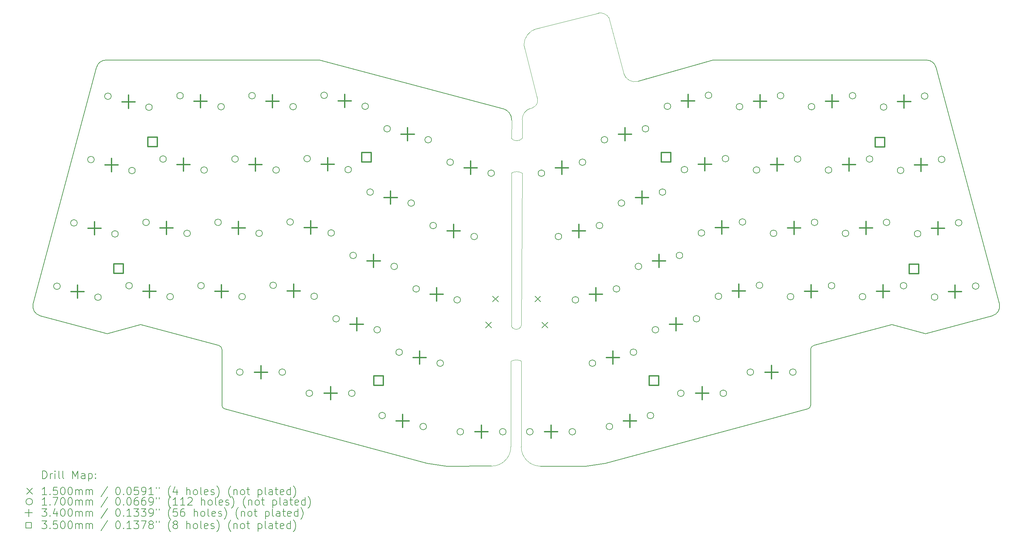
<source format=gbr>
%TF.GenerationSoftware,KiCad,Pcbnew,7.0.9-7.0.9~ubuntu22.04.1*%
%TF.CreationDate,2023-12-21T13:29:14+01:00*%
%TF.ProjectId,ergo56,6572676f-3536-42e6-9b69-6361645f7063,0.1*%
%TF.SameCoordinates,Original*%
%TF.FileFunction,Drillmap*%
%TF.FilePolarity,Positive*%
%FSLAX45Y45*%
G04 Gerber Fmt 4.5, Leading zero omitted, Abs format (unit mm)*
G04 Created by KiCad (PCBNEW 7.0.9-7.0.9~ubuntu22.04.1) date 2023-12-21 13:29:14*
%MOMM*%
%LPD*%
G01*
G04 APERTURE LIST*
%ADD10C,0.188976*%
%ADD11C,0.050000*%
%ADD12C,0.200000*%
%ADD13C,0.150000*%
%ADD14C,0.170000*%
%ADD15C,0.340000*%
%ADD16C,0.350000*%
G04 APERTURE END LIST*
D10*
X7214306Y-11646436D02*
G75*
G03*
X7140186Y-11549922I-100006J-84D01*
G01*
X25426197Y-11238603D02*
X24559450Y-11005628D01*
X17138840Y-14598765D02*
X16634302Y-14675633D01*
X22528409Y-11549890D02*
G75*
G03*
X22454292Y-11646408I25881J-96590D01*
G01*
X2328493Y-10467059D02*
G75*
G03*
X2505275Y-10773246I241487J-64701D01*
G01*
D11*
X15250138Y-5383050D02*
X15198079Y-5399411D01*
X14986352Y-7078857D02*
G75*
G03*
X14710821Y-7076535I-139702J-228593D01*
G01*
X14968877Y-11012940D02*
X14986355Y-7078853D01*
D10*
X25697906Y-4331268D02*
X27340093Y-10467031D01*
D11*
X15354655Y-3332354D02*
G75*
G03*
X15031566Y-3764153I126995J-431796D01*
G01*
X17613511Y-4484754D02*
G75*
G03*
X17985388Y-4696851I290079J76544D01*
G01*
X14706955Y-6177153D02*
X14715457Y-5701057D01*
X15383942Y-5142722D02*
X15031566Y-3764153D01*
X15250138Y-5383050D02*
G75*
G03*
X15383942Y-5142722I-59968J190800D01*
G01*
X14694255Y-11955653D02*
X14694255Y-14174108D01*
D10*
X14715452Y-5701057D02*
G75*
G03*
X14492361Y-5405713I-299952J5357D01*
G01*
X12529762Y-14598762D02*
X7288411Y-13190970D01*
X22380192Y-13190975D02*
G75*
G03*
X22454279Y-13094388I-25902J96575D01*
G01*
D11*
X16967555Y-2925953D02*
X15354655Y-3332353D01*
X14962649Y-14174292D02*
G75*
G03*
X15462643Y-14675632I499991J-1348D01*
G01*
D10*
X7214324Y-13094386D02*
X7214304Y-11646436D01*
X2328499Y-10467060D02*
X3970686Y-4331299D01*
X7214325Y-13094386D02*
G75*
G03*
X7288411Y-13190970I99995J-4D01*
G01*
X27163316Y-10773216D02*
G75*
G03*
X27340093Y-10467031I-64696J241476D01*
G01*
X17985388Y-4696851D02*
X19927402Y-4146477D01*
D11*
X17235530Y-3052174D02*
G75*
G03*
X16967555Y-2925953I-229880J-140476D01*
G01*
D10*
X14194911Y-14674108D02*
X13034300Y-14675631D01*
D11*
X14194911Y-14674115D02*
G75*
G03*
X14694255Y-14174108I-661J500005D01*
G01*
D10*
X9741186Y-4146502D02*
X9741186Y-4146502D01*
X4212370Y-4146004D02*
G75*
G03*
X3970686Y-4331299I-202J-250001D01*
G01*
D11*
X15198079Y-5399410D02*
G75*
G03*
X14988036Y-5687881I89951J-286200D01*
G01*
X14962645Y-14174292D02*
X14968599Y-11953065D01*
X17613515Y-4484753D02*
X17235536Y-3052170D01*
X14706947Y-11041256D02*
G75*
G03*
X14968877Y-11012940I127003J50806D01*
G01*
D10*
X9741186Y-4146502D02*
X14492361Y-5405713D01*
X16634302Y-14675633D02*
X15462643Y-14675632D01*
D11*
X14706961Y-6177148D02*
G75*
G03*
X14991694Y-6171019I139699J126998D01*
G01*
D10*
X27163316Y-10773217D02*
X25426197Y-11238603D01*
D11*
X14991694Y-6171019D02*
X14988036Y-5687881D01*
D10*
X4212370Y-4146004D02*
X9741186Y-4146502D01*
D11*
X14706955Y-11041253D02*
X14710821Y-7076535D01*
D10*
X13034300Y-14675631D02*
X12529762Y-14598762D01*
X7140186Y-11549922D02*
X5109147Y-11005655D01*
X22454292Y-11646408D02*
X22454279Y-13094388D01*
X24559450Y-11005628D02*
X22528411Y-11549894D01*
X18189040Y-4611795D02*
X18189040Y-4611795D01*
X5109147Y-11005655D02*
X4242399Y-11238630D01*
X4242399Y-11238630D02*
X2505275Y-10773246D01*
X25697900Y-4331270D02*
G75*
G03*
X25456222Y-4145973I-241480J-64700D01*
G01*
X19927402Y-4146477D02*
X25456222Y-4145973D01*
X22380192Y-13190973D02*
X17138840Y-14598765D01*
D11*
X14968597Y-11953069D02*
G75*
G03*
X14694255Y-11955653I-134647J-269281D01*
G01*
D12*
D13*
X14040968Y-10939872D02*
X14190968Y-11089872D01*
X14190968Y-10939872D02*
X14040968Y-11089872D01*
X14222141Y-10263723D02*
X14372141Y-10413723D01*
X14372141Y-10263723D02*
X14222141Y-10413723D01*
X15317492Y-10265192D02*
X15467492Y-10415192D01*
X15467492Y-10265192D02*
X15317492Y-10415192D01*
X15498665Y-10941340D02*
X15648665Y-11091340D01*
X15648665Y-10941340D02*
X15498665Y-11091340D01*
D14*
X3028073Y-10009734D02*
G75*
G03*
X3028073Y-10009734I-85000J0D01*
G01*
X3468066Y-8367659D02*
G75*
G03*
X3468066Y-8367659I-85000J0D01*
G01*
X3908059Y-6725585D02*
G75*
G03*
X3908059Y-6725585I-85000J0D01*
G01*
X4090592Y-10294435D02*
G75*
G03*
X4090592Y-10294435I-85000J0D01*
G01*
X4348055Y-5083506D02*
G75*
G03*
X4348055Y-5083506I-85000J0D01*
G01*
X4530585Y-8652360D02*
G75*
G03*
X4530585Y-8652360I-85000J0D01*
G01*
X4895259Y-9995964D02*
G75*
G03*
X4895259Y-9995964I-85000J0D01*
G01*
X4970577Y-7010286D02*
G75*
G03*
X4970577Y-7010286I-85000J0D01*
G01*
X5335253Y-8353890D02*
G75*
G03*
X5335253Y-8353890I-85000J0D01*
G01*
X5410574Y-5368207D02*
G75*
G03*
X5410574Y-5368207I-85000J0D01*
G01*
X5775245Y-6711817D02*
G75*
G03*
X5775245Y-6711817I-85000J0D01*
G01*
X5957778Y-10280665D02*
G75*
G03*
X5957778Y-10280665I-85000J0D01*
G01*
X6215236Y-5069739D02*
G75*
G03*
X6215236Y-5069739I-85000J0D01*
G01*
X6397771Y-8638592D02*
G75*
G03*
X6397771Y-8638592I-85000J0D01*
G01*
X6758932Y-9995315D02*
G75*
G03*
X6758932Y-9995315I-85000J0D01*
G01*
X6837763Y-6996518D02*
G75*
G03*
X6837763Y-6996518I-85000J0D01*
G01*
X7198924Y-8353240D02*
G75*
G03*
X7198924Y-8353240I-85000J0D01*
G01*
X7277755Y-5354440D02*
G75*
G03*
X7277755Y-5354440I-85000J0D01*
G01*
X7638916Y-6711167D02*
G75*
G03*
X7638916Y-6711167I-85000J0D01*
G01*
X7761457Y-12236900D02*
G75*
G03*
X7761457Y-12236900I-85000J0D01*
G01*
X7821450Y-10280016D02*
G75*
G03*
X7821450Y-10280016I-85000J0D01*
G01*
X8078909Y-5069090D02*
G75*
G03*
X8078909Y-5069090I-85000J0D01*
G01*
X8261442Y-8637941D02*
G75*
G03*
X8261442Y-8637941I-85000J0D01*
G01*
X8625005Y-9985701D02*
G75*
G03*
X8625005Y-9985701I-85000J0D01*
G01*
X8701434Y-6995868D02*
G75*
G03*
X8701434Y-6995868I-85000J0D01*
G01*
X8861457Y-12236900D02*
G75*
G03*
X8861457Y-12236900I-85000J0D01*
G01*
X9064997Y-8343626D02*
G75*
G03*
X9064997Y-8343626I-85000J0D01*
G01*
X9141427Y-5353791D02*
G75*
G03*
X9141427Y-5353791I-85000J0D01*
G01*
X9504990Y-6701553D02*
G75*
G03*
X9504990Y-6701553I-85000J0D01*
G01*
X9561457Y-12785100D02*
G75*
G03*
X9561457Y-12785100I-85000J0D01*
G01*
X9687524Y-10270402D02*
G75*
G03*
X9687524Y-10270402I-85000J0D01*
G01*
X9944985Y-5059475D02*
G75*
G03*
X9944985Y-5059475I-85000J0D01*
G01*
X10127516Y-8628327D02*
G75*
G03*
X10127516Y-8628327I-85000J0D01*
G01*
X10256116Y-10852976D02*
G75*
G03*
X10256116Y-10852976I-85000J0D01*
G01*
X10567508Y-6986254D02*
G75*
G03*
X10567508Y-6986254I-85000J0D01*
G01*
X10661457Y-12785100D02*
G75*
G03*
X10661457Y-12785100I-85000J0D01*
G01*
X10696108Y-9210903D02*
G75*
G03*
X10696108Y-9210903I-85000J0D01*
G01*
X11007503Y-5344176D02*
G75*
G03*
X11007503Y-5344176I-85000J0D01*
G01*
X11136101Y-7568829D02*
G75*
G03*
X11136101Y-7568829I-85000J0D01*
G01*
X11318635Y-11137677D02*
G75*
G03*
X11318635Y-11137677I-85000J0D01*
G01*
X11447234Y-13362328D02*
G75*
G03*
X11447234Y-13362328I-85000J0D01*
G01*
X11576092Y-5926757D02*
G75*
G03*
X11576092Y-5926757I-85000J0D01*
G01*
X11758626Y-9495604D02*
G75*
G03*
X11758626Y-9495604I-85000J0D01*
G01*
X11887227Y-11720254D02*
G75*
G03*
X11887227Y-11720254I-85000J0D01*
G01*
X12198619Y-7853530D02*
G75*
G03*
X12198619Y-7853530I-85000J0D01*
G01*
X12327220Y-10078181D02*
G75*
G03*
X12327220Y-10078181I-85000J0D01*
G01*
X12509753Y-13647029D02*
G75*
G03*
X12509753Y-13647029I-85000J0D01*
G01*
X12638610Y-6211458D02*
G75*
G03*
X12638610Y-6211458I-85000J0D01*
G01*
X12767211Y-8436107D02*
G75*
G03*
X12767211Y-8436107I-85000J0D01*
G01*
X12949745Y-12004955D02*
G75*
G03*
X12949745Y-12004955I-85000J0D01*
G01*
X13207207Y-6794031D02*
G75*
G03*
X13207207Y-6794031I-85000J0D01*
G01*
X13389738Y-10362882D02*
G75*
G03*
X13389738Y-10362882I-85000J0D01*
G01*
X13470056Y-13782453D02*
G75*
G03*
X13470056Y-13782453I-85000J0D01*
G01*
X13829729Y-8720808D02*
G75*
G03*
X13829729Y-8720808I-85000J0D01*
G01*
X14269726Y-7078732D02*
G75*
G03*
X14269726Y-7078732I-85000J0D01*
G01*
X14570056Y-13782453D02*
G75*
G03*
X14570056Y-13782453I-85000J0D01*
G01*
X15270056Y-13782453D02*
G75*
G03*
X15270056Y-13782453I-85000J0D01*
G01*
X15570396Y-7078734D02*
G75*
G03*
X15570396Y-7078734I-85000J0D01*
G01*
X16010384Y-8720807D02*
G75*
G03*
X16010384Y-8720807I-85000J0D01*
G01*
X16370056Y-13782453D02*
G75*
G03*
X16370056Y-13782453I-85000J0D01*
G01*
X16450376Y-10362881D02*
G75*
G03*
X16450376Y-10362881I-85000J0D01*
G01*
X16632914Y-6794033D02*
G75*
G03*
X16632914Y-6794033I-85000J0D01*
G01*
X16890370Y-12004956D02*
G75*
G03*
X16890370Y-12004956I-85000J0D01*
G01*
X17072903Y-8436106D02*
G75*
G03*
X17072903Y-8436106I-85000J0D01*
G01*
X17201502Y-6211460D02*
G75*
G03*
X17201502Y-6211460I-85000J0D01*
G01*
X17330363Y-13646997D02*
G75*
G03*
X17330363Y-13646997I-85000J0D01*
G01*
X17512895Y-10078180D02*
G75*
G03*
X17512895Y-10078180I-85000J0D01*
G01*
X17641495Y-7853530D02*
G75*
G03*
X17641495Y-7853530I-85000J0D01*
G01*
X17952888Y-11720255D02*
G75*
G03*
X17952888Y-11720255I-85000J0D01*
G01*
X18081487Y-9495604D02*
G75*
G03*
X18081487Y-9495604I-85000J0D01*
G01*
X18264020Y-5926759D02*
G75*
G03*
X18264020Y-5926759I-85000J0D01*
G01*
X18392881Y-13362296D02*
G75*
G03*
X18392881Y-13362296I-85000J0D01*
G01*
X18521480Y-11137678D02*
G75*
G03*
X18521480Y-11137678I-85000J0D01*
G01*
X18704013Y-7568829D02*
G75*
G03*
X18704013Y-7568829I-85000J0D01*
G01*
X18832618Y-5344177D02*
G75*
G03*
X18832618Y-5344177I-85000J0D01*
G01*
X19144005Y-9210903D02*
G75*
G03*
X19144005Y-9210903I-85000J0D01*
G01*
X19178682Y-12785067D02*
G75*
G03*
X19178682Y-12785067I-85000J0D01*
G01*
X19272606Y-6986253D02*
G75*
G03*
X19272606Y-6986253I-85000J0D01*
G01*
X19583998Y-10852977D02*
G75*
G03*
X19583998Y-10852977I-85000J0D01*
G01*
X19712599Y-8628327D02*
G75*
G03*
X19712599Y-8628327I-85000J0D01*
G01*
X19895137Y-5059476D02*
G75*
G03*
X19895137Y-5059476I-85000J0D01*
G01*
X20152590Y-10270401D02*
G75*
G03*
X20152590Y-10270401I-85000J0D01*
G01*
X20278682Y-12785067D02*
G75*
G03*
X20278682Y-12785067I-85000J0D01*
G01*
X20335124Y-6701552D02*
G75*
G03*
X20335124Y-6701552I-85000J0D01*
G01*
X20698684Y-5353793D02*
G75*
G03*
X20698684Y-5353793I-85000J0D01*
G01*
X20775117Y-8343626D02*
G75*
G03*
X20775117Y-8343626I-85000J0D01*
G01*
X20978717Y-12236850D02*
G75*
G03*
X20978717Y-12236850I-85000J0D01*
G01*
X21138679Y-6995869D02*
G75*
G03*
X21138679Y-6995869I-85000J0D01*
G01*
X21215109Y-9985700D02*
G75*
G03*
X21215109Y-9985700I-85000J0D01*
G01*
X21578672Y-8637942D02*
G75*
G03*
X21578672Y-8637942I-85000J0D01*
G01*
X21761202Y-5069092D02*
G75*
G03*
X21761202Y-5069092I-85000J0D01*
G01*
X22018663Y-10280016D02*
G75*
G03*
X22018663Y-10280016I-85000J0D01*
G01*
X22078717Y-12236850D02*
G75*
G03*
X22078717Y-12236850I-85000J0D01*
G01*
X22201197Y-6711168D02*
G75*
G03*
X22201197Y-6711168I-85000J0D01*
G01*
X22562369Y-5354483D02*
G75*
G03*
X22562369Y-5354483I-85000J0D01*
G01*
X22641190Y-8353241D02*
G75*
G03*
X22641190Y-8353241I-85000J0D01*
G01*
X23002362Y-6996559D02*
G75*
G03*
X23002362Y-6996559I-85000J0D01*
G01*
X23081181Y-9995315D02*
G75*
G03*
X23081181Y-9995315I-85000J0D01*
G01*
X23442353Y-8638633D02*
G75*
G03*
X23442353Y-8638633I-85000J0D01*
G01*
X23624887Y-5069782D02*
G75*
G03*
X23624887Y-5069782I-85000J0D01*
G01*
X23882346Y-10280707D02*
G75*
G03*
X23882346Y-10280707I-85000J0D01*
G01*
X24064881Y-6711858D02*
G75*
G03*
X24064881Y-6711858I-85000J0D01*
G01*
X24428445Y-5364098D02*
G75*
G03*
X24428445Y-5364098I-85000J0D01*
G01*
X24504872Y-8353932D02*
G75*
G03*
X24504872Y-8353932I-85000J0D01*
G01*
X24868433Y-7006173D02*
G75*
G03*
X24868433Y-7006173I-85000J0D01*
G01*
X24944864Y-9996006D02*
G75*
G03*
X24944864Y-9996006I-85000J0D01*
G01*
X25308427Y-8648248D02*
G75*
G03*
X25308427Y-8648248I-85000J0D01*
G01*
X25490964Y-5079397D02*
G75*
G03*
X25490964Y-5079397I-85000J0D01*
G01*
X25748420Y-10290322D02*
G75*
G03*
X25748420Y-10290322I-85000J0D01*
G01*
X25930952Y-6721472D02*
G75*
G03*
X25930952Y-6721472I-85000J0D01*
G01*
X26370946Y-8363547D02*
G75*
G03*
X26370946Y-8363547I-85000J0D01*
G01*
X26810938Y-10005621D02*
G75*
G03*
X26810938Y-10005621I-85000J0D01*
G01*
D15*
X3474332Y-9982084D02*
X3474332Y-10322084D01*
X3304332Y-10152084D02*
X3644332Y-10152084D01*
X3914326Y-8340010D02*
X3914326Y-8680010D01*
X3744326Y-8510010D02*
X4084326Y-8510010D01*
X4354318Y-6697935D02*
X4354318Y-7037935D01*
X4184318Y-6867935D02*
X4524318Y-6867935D01*
X4794314Y-5055857D02*
X4794314Y-5395857D01*
X4624314Y-5225857D02*
X4964314Y-5225857D01*
X5341518Y-9968315D02*
X5341518Y-10308315D01*
X5171518Y-10138315D02*
X5511518Y-10138315D01*
X5781512Y-8326241D02*
X5781512Y-8666241D01*
X5611512Y-8496241D02*
X5951512Y-8496241D01*
X6221504Y-6684168D02*
X6221504Y-7024168D01*
X6051504Y-6854168D02*
X6391504Y-6854168D01*
X6661495Y-5042089D02*
X6661495Y-5382089D01*
X6491495Y-5212089D02*
X6831495Y-5212089D01*
X7205191Y-9967666D02*
X7205191Y-10307666D01*
X7035191Y-10137666D02*
X7375191Y-10137666D01*
X7645183Y-8325591D02*
X7645183Y-8665591D01*
X7475183Y-8495591D02*
X7815183Y-8495591D01*
X8085175Y-6683518D02*
X8085175Y-7023518D01*
X7915175Y-6853518D02*
X8255175Y-6853518D01*
X8226457Y-12066900D02*
X8226457Y-12406900D01*
X8056457Y-12236900D02*
X8396457Y-12236900D01*
X8525168Y-5041440D02*
X8525168Y-5381440D01*
X8355168Y-5211440D02*
X8695168Y-5211440D01*
X9071264Y-9958052D02*
X9071264Y-10298052D01*
X8901264Y-10128052D02*
X9241264Y-10128052D01*
X9511256Y-8315977D02*
X9511256Y-8655977D01*
X9341256Y-8485977D02*
X9681256Y-8485977D01*
X9951249Y-6673904D02*
X9951249Y-7013904D01*
X9781249Y-6843904D02*
X10121249Y-6843904D01*
X10026457Y-12615100D02*
X10026457Y-12955100D01*
X9856457Y-12785100D02*
X10196457Y-12785100D01*
X10391244Y-5031825D02*
X10391244Y-5371825D01*
X10221244Y-5201825D02*
X10561244Y-5201825D01*
X10702375Y-10825327D02*
X10702375Y-11165327D01*
X10532375Y-10995327D02*
X10872375Y-10995327D01*
X11142367Y-9183253D02*
X11142367Y-9523253D01*
X10972367Y-9353253D02*
X11312367Y-9353253D01*
X11582360Y-7541180D02*
X11582360Y-7881180D01*
X11412360Y-7711180D02*
X11752360Y-7711180D01*
X11893494Y-13334678D02*
X11893494Y-13674678D01*
X11723494Y-13504678D02*
X12063494Y-13504678D01*
X12022351Y-5899108D02*
X12022351Y-6239108D01*
X11852351Y-6069108D02*
X12192351Y-6069108D01*
X12333486Y-11692604D02*
X12333486Y-12032604D01*
X12163486Y-11862604D02*
X12503486Y-11862604D01*
X12773479Y-10050531D02*
X12773479Y-10390531D01*
X12603479Y-10220531D02*
X12943479Y-10220531D01*
X13213470Y-8408457D02*
X13213470Y-8748457D01*
X13043470Y-8578457D02*
X13383470Y-8578457D01*
X13653466Y-6766382D02*
X13653466Y-7106382D01*
X13483466Y-6936382D02*
X13823466Y-6936382D01*
X13935056Y-13612453D02*
X13935056Y-13952453D01*
X13765056Y-13782453D02*
X14105056Y-13782453D01*
X15735056Y-13612453D02*
X15735056Y-13952453D01*
X15565056Y-13782453D02*
X15905056Y-13782453D01*
X16016655Y-6766383D02*
X16016655Y-7106383D01*
X15846655Y-6936383D02*
X16186655Y-6936383D01*
X16456644Y-8408457D02*
X16456644Y-8748457D01*
X16286644Y-8578457D02*
X16626644Y-8578457D01*
X16896635Y-10050531D02*
X16896635Y-10390531D01*
X16726635Y-10220531D02*
X17066635Y-10220531D01*
X17336629Y-11692605D02*
X17336629Y-12032605D01*
X17166629Y-11862605D02*
X17506629Y-11862605D01*
X17647761Y-5899110D02*
X17647761Y-6239110D01*
X17477761Y-6069110D02*
X17817761Y-6069110D01*
X17776622Y-13334647D02*
X17776622Y-13674647D01*
X17606622Y-13504647D02*
X17946622Y-13504647D01*
X18087754Y-7541180D02*
X18087754Y-7881180D01*
X17917754Y-7711180D02*
X18257754Y-7711180D01*
X18527746Y-9183254D02*
X18527746Y-9523254D01*
X18357746Y-9353254D02*
X18697746Y-9353254D01*
X18967739Y-10825328D02*
X18967739Y-11165328D01*
X18797739Y-10995328D02*
X19137739Y-10995328D01*
X19278877Y-5031826D02*
X19278877Y-5371826D01*
X19108877Y-5201826D02*
X19448877Y-5201826D01*
X19643682Y-12615067D02*
X19643682Y-12955067D01*
X19473682Y-12785067D02*
X19813682Y-12785067D01*
X19718865Y-6673903D02*
X19718865Y-7013903D01*
X19548865Y-6843903D02*
X19888865Y-6843903D01*
X20158858Y-8315977D02*
X20158858Y-8655977D01*
X19988858Y-8485977D02*
X20328858Y-8485977D01*
X20598849Y-9958051D02*
X20598849Y-10298051D01*
X20428849Y-10128051D02*
X20768849Y-10128051D01*
X21144943Y-5041442D02*
X21144943Y-5381442D01*
X20974943Y-5211442D02*
X21314943Y-5211442D01*
X21443717Y-12066850D02*
X21443717Y-12406850D01*
X21273717Y-12236850D02*
X21613717Y-12236850D01*
X21584938Y-6683518D02*
X21584938Y-7023518D01*
X21414938Y-6853518D02*
X21754938Y-6853518D01*
X22024931Y-8325592D02*
X22024931Y-8665592D01*
X21854931Y-8495592D02*
X22194931Y-8495592D01*
X22464922Y-9967666D02*
X22464922Y-10307666D01*
X22294922Y-10137666D02*
X22634922Y-10137666D01*
X23008628Y-5042133D02*
X23008628Y-5382133D01*
X22838628Y-5212133D02*
X23178628Y-5212133D01*
X23448621Y-6684208D02*
X23448621Y-7024208D01*
X23278621Y-6854208D02*
X23618621Y-6854208D01*
X23888612Y-8326282D02*
X23888612Y-8666282D01*
X23718612Y-8496282D02*
X24058612Y-8496282D01*
X24328605Y-9968356D02*
X24328605Y-10308356D01*
X24158605Y-10138356D02*
X24498605Y-10138356D01*
X24874704Y-5051748D02*
X24874704Y-5391748D01*
X24704704Y-5221748D02*
X25044704Y-5221748D01*
X25314693Y-6693822D02*
X25314693Y-7033822D01*
X25144693Y-6863822D02*
X25484693Y-6863822D01*
X25754687Y-8335897D02*
X25754687Y-8675897D01*
X25584687Y-8505897D02*
X25924687Y-8505897D01*
X26194679Y-9977971D02*
X26194679Y-10317971D01*
X26024679Y-10147971D02*
X26364679Y-10147971D01*
D16*
X4663259Y-9677146D02*
X4663259Y-9429656D01*
X4415769Y-9429656D01*
X4415769Y-9677146D01*
X4663259Y-9677146D01*
X5543241Y-6392996D02*
X5543241Y-6145506D01*
X5295751Y-6145506D01*
X5295751Y-6392996D01*
X5543241Y-6392996D01*
X11077666Y-6786204D02*
X11077666Y-6538714D01*
X10830176Y-6538714D01*
X10830176Y-6786204D01*
X11077666Y-6786204D01*
X11390946Y-12580920D02*
X11390946Y-12333431D01*
X11143457Y-12333431D01*
X11143457Y-12580920D01*
X11390946Y-12580920D01*
X18524452Y-12580920D02*
X18524452Y-12333430D01*
X18276962Y-12333430D01*
X18276962Y-12580920D01*
X18524452Y-12580920D01*
X18837700Y-6786198D02*
X18837700Y-6538708D01*
X18590210Y-6538708D01*
X18590210Y-6786198D01*
X18837700Y-6786198D01*
X24373253Y-6397106D02*
X24373253Y-6149616D01*
X24125763Y-6149616D01*
X24125763Y-6397106D01*
X24373253Y-6397106D01*
X25253242Y-9681259D02*
X25253242Y-9433769D01*
X25005752Y-9433769D01*
X25005752Y-9681259D01*
X25253242Y-9681259D01*
D12*
X2571304Y-14996566D02*
X2571304Y-14796566D01*
X2571304Y-14796566D02*
X2618923Y-14796566D01*
X2618923Y-14796566D02*
X2647494Y-14806090D01*
X2647494Y-14806090D02*
X2666542Y-14825137D01*
X2666542Y-14825137D02*
X2676066Y-14844185D01*
X2676066Y-14844185D02*
X2685589Y-14882280D01*
X2685589Y-14882280D02*
X2685589Y-14910851D01*
X2685589Y-14910851D02*
X2676066Y-14948947D01*
X2676066Y-14948947D02*
X2666542Y-14967994D01*
X2666542Y-14967994D02*
X2647494Y-14987042D01*
X2647494Y-14987042D02*
X2618923Y-14996566D01*
X2618923Y-14996566D02*
X2571304Y-14996566D01*
X2771304Y-14996566D02*
X2771304Y-14863232D01*
X2771304Y-14901328D02*
X2780827Y-14882280D01*
X2780827Y-14882280D02*
X2790351Y-14872756D01*
X2790351Y-14872756D02*
X2809399Y-14863232D01*
X2809399Y-14863232D02*
X2828446Y-14863232D01*
X2895113Y-14996566D02*
X2895113Y-14863232D01*
X2895113Y-14796566D02*
X2885589Y-14806090D01*
X2885589Y-14806090D02*
X2895113Y-14815613D01*
X2895113Y-14815613D02*
X2904637Y-14806090D01*
X2904637Y-14806090D02*
X2895113Y-14796566D01*
X2895113Y-14796566D02*
X2895113Y-14815613D01*
X3018923Y-14996566D02*
X2999875Y-14987042D01*
X2999875Y-14987042D02*
X2990351Y-14967994D01*
X2990351Y-14967994D02*
X2990351Y-14796566D01*
X3123684Y-14996566D02*
X3104637Y-14987042D01*
X3104637Y-14987042D02*
X3095113Y-14967994D01*
X3095113Y-14967994D02*
X3095113Y-14796566D01*
X3352256Y-14996566D02*
X3352256Y-14796566D01*
X3352256Y-14796566D02*
X3418923Y-14939423D01*
X3418923Y-14939423D02*
X3485589Y-14796566D01*
X3485589Y-14796566D02*
X3485589Y-14996566D01*
X3666542Y-14996566D02*
X3666542Y-14891804D01*
X3666542Y-14891804D02*
X3657018Y-14872756D01*
X3657018Y-14872756D02*
X3637970Y-14863232D01*
X3637970Y-14863232D02*
X3599875Y-14863232D01*
X3599875Y-14863232D02*
X3580827Y-14872756D01*
X3666542Y-14987042D02*
X3647494Y-14996566D01*
X3647494Y-14996566D02*
X3599875Y-14996566D01*
X3599875Y-14996566D02*
X3580827Y-14987042D01*
X3580827Y-14987042D02*
X3571304Y-14967994D01*
X3571304Y-14967994D02*
X3571304Y-14948947D01*
X3571304Y-14948947D02*
X3580827Y-14929899D01*
X3580827Y-14929899D02*
X3599875Y-14920375D01*
X3599875Y-14920375D02*
X3647494Y-14920375D01*
X3647494Y-14920375D02*
X3666542Y-14910851D01*
X3761780Y-14863232D02*
X3761780Y-15063232D01*
X3761780Y-14872756D02*
X3780827Y-14863232D01*
X3780827Y-14863232D02*
X3818923Y-14863232D01*
X3818923Y-14863232D02*
X3837970Y-14872756D01*
X3837970Y-14872756D02*
X3847494Y-14882280D01*
X3847494Y-14882280D02*
X3857018Y-14901328D01*
X3857018Y-14901328D02*
X3857018Y-14958470D01*
X3857018Y-14958470D02*
X3847494Y-14977518D01*
X3847494Y-14977518D02*
X3837970Y-14987042D01*
X3837970Y-14987042D02*
X3818923Y-14996566D01*
X3818923Y-14996566D02*
X3780827Y-14996566D01*
X3780827Y-14996566D02*
X3761780Y-14987042D01*
X3942732Y-14977518D02*
X3952256Y-14987042D01*
X3952256Y-14987042D02*
X3942732Y-14996566D01*
X3942732Y-14996566D02*
X3933208Y-14987042D01*
X3933208Y-14987042D02*
X3942732Y-14977518D01*
X3942732Y-14977518D02*
X3942732Y-14996566D01*
X3942732Y-14872756D02*
X3952256Y-14882280D01*
X3952256Y-14882280D02*
X3942732Y-14891804D01*
X3942732Y-14891804D02*
X3933208Y-14882280D01*
X3933208Y-14882280D02*
X3942732Y-14872756D01*
X3942732Y-14872756D02*
X3942732Y-14891804D01*
D13*
X2160527Y-15250082D02*
X2310527Y-15400082D01*
X2310527Y-15250082D02*
X2160527Y-15400082D01*
D12*
X2676066Y-15416566D02*
X2561780Y-15416566D01*
X2618923Y-15416566D02*
X2618923Y-15216566D01*
X2618923Y-15216566D02*
X2599875Y-15245137D01*
X2599875Y-15245137D02*
X2580827Y-15264185D01*
X2580827Y-15264185D02*
X2561780Y-15273709D01*
X2761780Y-15397518D02*
X2771304Y-15407042D01*
X2771304Y-15407042D02*
X2761780Y-15416566D01*
X2761780Y-15416566D02*
X2752256Y-15407042D01*
X2752256Y-15407042D02*
X2761780Y-15397518D01*
X2761780Y-15397518D02*
X2761780Y-15416566D01*
X2952256Y-15216566D02*
X2857018Y-15216566D01*
X2857018Y-15216566D02*
X2847494Y-15311804D01*
X2847494Y-15311804D02*
X2857018Y-15302280D01*
X2857018Y-15302280D02*
X2876065Y-15292756D01*
X2876065Y-15292756D02*
X2923685Y-15292756D01*
X2923685Y-15292756D02*
X2942732Y-15302280D01*
X2942732Y-15302280D02*
X2952256Y-15311804D01*
X2952256Y-15311804D02*
X2961780Y-15330851D01*
X2961780Y-15330851D02*
X2961780Y-15378470D01*
X2961780Y-15378470D02*
X2952256Y-15397518D01*
X2952256Y-15397518D02*
X2942732Y-15407042D01*
X2942732Y-15407042D02*
X2923685Y-15416566D01*
X2923685Y-15416566D02*
X2876065Y-15416566D01*
X2876065Y-15416566D02*
X2857018Y-15407042D01*
X2857018Y-15407042D02*
X2847494Y-15397518D01*
X3085589Y-15216566D02*
X3104637Y-15216566D01*
X3104637Y-15216566D02*
X3123685Y-15226090D01*
X3123685Y-15226090D02*
X3133208Y-15235613D01*
X3133208Y-15235613D02*
X3142732Y-15254661D01*
X3142732Y-15254661D02*
X3152256Y-15292756D01*
X3152256Y-15292756D02*
X3152256Y-15340375D01*
X3152256Y-15340375D02*
X3142732Y-15378470D01*
X3142732Y-15378470D02*
X3133208Y-15397518D01*
X3133208Y-15397518D02*
X3123685Y-15407042D01*
X3123685Y-15407042D02*
X3104637Y-15416566D01*
X3104637Y-15416566D02*
X3085589Y-15416566D01*
X3085589Y-15416566D02*
X3066542Y-15407042D01*
X3066542Y-15407042D02*
X3057018Y-15397518D01*
X3057018Y-15397518D02*
X3047494Y-15378470D01*
X3047494Y-15378470D02*
X3037970Y-15340375D01*
X3037970Y-15340375D02*
X3037970Y-15292756D01*
X3037970Y-15292756D02*
X3047494Y-15254661D01*
X3047494Y-15254661D02*
X3057018Y-15235613D01*
X3057018Y-15235613D02*
X3066542Y-15226090D01*
X3066542Y-15226090D02*
X3085589Y-15216566D01*
X3276065Y-15216566D02*
X3295113Y-15216566D01*
X3295113Y-15216566D02*
X3314161Y-15226090D01*
X3314161Y-15226090D02*
X3323685Y-15235613D01*
X3323685Y-15235613D02*
X3333208Y-15254661D01*
X3333208Y-15254661D02*
X3342732Y-15292756D01*
X3342732Y-15292756D02*
X3342732Y-15340375D01*
X3342732Y-15340375D02*
X3333208Y-15378470D01*
X3333208Y-15378470D02*
X3323685Y-15397518D01*
X3323685Y-15397518D02*
X3314161Y-15407042D01*
X3314161Y-15407042D02*
X3295113Y-15416566D01*
X3295113Y-15416566D02*
X3276065Y-15416566D01*
X3276065Y-15416566D02*
X3257018Y-15407042D01*
X3257018Y-15407042D02*
X3247494Y-15397518D01*
X3247494Y-15397518D02*
X3237970Y-15378470D01*
X3237970Y-15378470D02*
X3228446Y-15340375D01*
X3228446Y-15340375D02*
X3228446Y-15292756D01*
X3228446Y-15292756D02*
X3237970Y-15254661D01*
X3237970Y-15254661D02*
X3247494Y-15235613D01*
X3247494Y-15235613D02*
X3257018Y-15226090D01*
X3257018Y-15226090D02*
X3276065Y-15216566D01*
X3428446Y-15416566D02*
X3428446Y-15283232D01*
X3428446Y-15302280D02*
X3437970Y-15292756D01*
X3437970Y-15292756D02*
X3457018Y-15283232D01*
X3457018Y-15283232D02*
X3485589Y-15283232D01*
X3485589Y-15283232D02*
X3504637Y-15292756D01*
X3504637Y-15292756D02*
X3514161Y-15311804D01*
X3514161Y-15311804D02*
X3514161Y-15416566D01*
X3514161Y-15311804D02*
X3523685Y-15292756D01*
X3523685Y-15292756D02*
X3542732Y-15283232D01*
X3542732Y-15283232D02*
X3571304Y-15283232D01*
X3571304Y-15283232D02*
X3590351Y-15292756D01*
X3590351Y-15292756D02*
X3599875Y-15311804D01*
X3599875Y-15311804D02*
X3599875Y-15416566D01*
X3695113Y-15416566D02*
X3695113Y-15283232D01*
X3695113Y-15302280D02*
X3704637Y-15292756D01*
X3704637Y-15292756D02*
X3723685Y-15283232D01*
X3723685Y-15283232D02*
X3752256Y-15283232D01*
X3752256Y-15283232D02*
X3771304Y-15292756D01*
X3771304Y-15292756D02*
X3780827Y-15311804D01*
X3780827Y-15311804D02*
X3780827Y-15416566D01*
X3780827Y-15311804D02*
X3790351Y-15292756D01*
X3790351Y-15292756D02*
X3809399Y-15283232D01*
X3809399Y-15283232D02*
X3837970Y-15283232D01*
X3837970Y-15283232D02*
X3857018Y-15292756D01*
X3857018Y-15292756D02*
X3866542Y-15311804D01*
X3866542Y-15311804D02*
X3866542Y-15416566D01*
X4257018Y-15207042D02*
X4085589Y-15464185D01*
X4514161Y-15216566D02*
X4533209Y-15216566D01*
X4533209Y-15216566D02*
X4552256Y-15226090D01*
X4552256Y-15226090D02*
X4561780Y-15235613D01*
X4561780Y-15235613D02*
X4571304Y-15254661D01*
X4571304Y-15254661D02*
X4580828Y-15292756D01*
X4580828Y-15292756D02*
X4580828Y-15340375D01*
X4580828Y-15340375D02*
X4571304Y-15378470D01*
X4571304Y-15378470D02*
X4561780Y-15397518D01*
X4561780Y-15397518D02*
X4552256Y-15407042D01*
X4552256Y-15407042D02*
X4533209Y-15416566D01*
X4533209Y-15416566D02*
X4514161Y-15416566D01*
X4514161Y-15416566D02*
X4495113Y-15407042D01*
X4495113Y-15407042D02*
X4485590Y-15397518D01*
X4485590Y-15397518D02*
X4476066Y-15378470D01*
X4476066Y-15378470D02*
X4466542Y-15340375D01*
X4466542Y-15340375D02*
X4466542Y-15292756D01*
X4466542Y-15292756D02*
X4476066Y-15254661D01*
X4476066Y-15254661D02*
X4485590Y-15235613D01*
X4485590Y-15235613D02*
X4495113Y-15226090D01*
X4495113Y-15226090D02*
X4514161Y-15216566D01*
X4666542Y-15397518D02*
X4676066Y-15407042D01*
X4676066Y-15407042D02*
X4666542Y-15416566D01*
X4666542Y-15416566D02*
X4657018Y-15407042D01*
X4657018Y-15407042D02*
X4666542Y-15397518D01*
X4666542Y-15397518D02*
X4666542Y-15416566D01*
X4799875Y-15216566D02*
X4818923Y-15216566D01*
X4818923Y-15216566D02*
X4837971Y-15226090D01*
X4837971Y-15226090D02*
X4847494Y-15235613D01*
X4847494Y-15235613D02*
X4857018Y-15254661D01*
X4857018Y-15254661D02*
X4866542Y-15292756D01*
X4866542Y-15292756D02*
X4866542Y-15340375D01*
X4866542Y-15340375D02*
X4857018Y-15378470D01*
X4857018Y-15378470D02*
X4847494Y-15397518D01*
X4847494Y-15397518D02*
X4837971Y-15407042D01*
X4837971Y-15407042D02*
X4818923Y-15416566D01*
X4818923Y-15416566D02*
X4799875Y-15416566D01*
X4799875Y-15416566D02*
X4780828Y-15407042D01*
X4780828Y-15407042D02*
X4771304Y-15397518D01*
X4771304Y-15397518D02*
X4761780Y-15378470D01*
X4761780Y-15378470D02*
X4752256Y-15340375D01*
X4752256Y-15340375D02*
X4752256Y-15292756D01*
X4752256Y-15292756D02*
X4761780Y-15254661D01*
X4761780Y-15254661D02*
X4771304Y-15235613D01*
X4771304Y-15235613D02*
X4780828Y-15226090D01*
X4780828Y-15226090D02*
X4799875Y-15216566D01*
X5047494Y-15216566D02*
X4952256Y-15216566D01*
X4952256Y-15216566D02*
X4942732Y-15311804D01*
X4942732Y-15311804D02*
X4952256Y-15302280D01*
X4952256Y-15302280D02*
X4971304Y-15292756D01*
X4971304Y-15292756D02*
X5018923Y-15292756D01*
X5018923Y-15292756D02*
X5037971Y-15302280D01*
X5037971Y-15302280D02*
X5047494Y-15311804D01*
X5047494Y-15311804D02*
X5057018Y-15330851D01*
X5057018Y-15330851D02*
X5057018Y-15378470D01*
X5057018Y-15378470D02*
X5047494Y-15397518D01*
X5047494Y-15397518D02*
X5037971Y-15407042D01*
X5037971Y-15407042D02*
X5018923Y-15416566D01*
X5018923Y-15416566D02*
X4971304Y-15416566D01*
X4971304Y-15416566D02*
X4952256Y-15407042D01*
X4952256Y-15407042D02*
X4942732Y-15397518D01*
X5152256Y-15416566D02*
X5190351Y-15416566D01*
X5190351Y-15416566D02*
X5209399Y-15407042D01*
X5209399Y-15407042D02*
X5218923Y-15397518D01*
X5218923Y-15397518D02*
X5237971Y-15368947D01*
X5237971Y-15368947D02*
X5247494Y-15330851D01*
X5247494Y-15330851D02*
X5247494Y-15254661D01*
X5247494Y-15254661D02*
X5237971Y-15235613D01*
X5237971Y-15235613D02*
X5228447Y-15226090D01*
X5228447Y-15226090D02*
X5209399Y-15216566D01*
X5209399Y-15216566D02*
X5171304Y-15216566D01*
X5171304Y-15216566D02*
X5152256Y-15226090D01*
X5152256Y-15226090D02*
X5142732Y-15235613D01*
X5142732Y-15235613D02*
X5133209Y-15254661D01*
X5133209Y-15254661D02*
X5133209Y-15302280D01*
X5133209Y-15302280D02*
X5142732Y-15321328D01*
X5142732Y-15321328D02*
X5152256Y-15330851D01*
X5152256Y-15330851D02*
X5171304Y-15340375D01*
X5171304Y-15340375D02*
X5209399Y-15340375D01*
X5209399Y-15340375D02*
X5228447Y-15330851D01*
X5228447Y-15330851D02*
X5237971Y-15321328D01*
X5237971Y-15321328D02*
X5247494Y-15302280D01*
X5437971Y-15416566D02*
X5323685Y-15416566D01*
X5380828Y-15416566D02*
X5380828Y-15216566D01*
X5380828Y-15216566D02*
X5361780Y-15245137D01*
X5361780Y-15245137D02*
X5342732Y-15264185D01*
X5342732Y-15264185D02*
X5323685Y-15273709D01*
X5514161Y-15216566D02*
X5514161Y-15254661D01*
X5590352Y-15216566D02*
X5590352Y-15254661D01*
X5885590Y-15492756D02*
X5876066Y-15483232D01*
X5876066Y-15483232D02*
X5857018Y-15454661D01*
X5857018Y-15454661D02*
X5847494Y-15435613D01*
X5847494Y-15435613D02*
X5837971Y-15407042D01*
X5837971Y-15407042D02*
X5828447Y-15359423D01*
X5828447Y-15359423D02*
X5828447Y-15321328D01*
X5828447Y-15321328D02*
X5837971Y-15273709D01*
X5837971Y-15273709D02*
X5847494Y-15245137D01*
X5847494Y-15245137D02*
X5857018Y-15226090D01*
X5857018Y-15226090D02*
X5876066Y-15197518D01*
X5876066Y-15197518D02*
X5885590Y-15187994D01*
X6047494Y-15283232D02*
X6047494Y-15416566D01*
X5999875Y-15207042D02*
X5952256Y-15349899D01*
X5952256Y-15349899D02*
X6076066Y-15349899D01*
X6304637Y-15416566D02*
X6304637Y-15216566D01*
X6390352Y-15416566D02*
X6390352Y-15311804D01*
X6390352Y-15311804D02*
X6380828Y-15292756D01*
X6380828Y-15292756D02*
X6361780Y-15283232D01*
X6361780Y-15283232D02*
X6333209Y-15283232D01*
X6333209Y-15283232D02*
X6314161Y-15292756D01*
X6314161Y-15292756D02*
X6304637Y-15302280D01*
X6514161Y-15416566D02*
X6495113Y-15407042D01*
X6495113Y-15407042D02*
X6485590Y-15397518D01*
X6485590Y-15397518D02*
X6476066Y-15378470D01*
X6476066Y-15378470D02*
X6476066Y-15321328D01*
X6476066Y-15321328D02*
X6485590Y-15302280D01*
X6485590Y-15302280D02*
X6495113Y-15292756D01*
X6495113Y-15292756D02*
X6514161Y-15283232D01*
X6514161Y-15283232D02*
X6542733Y-15283232D01*
X6542733Y-15283232D02*
X6561780Y-15292756D01*
X6561780Y-15292756D02*
X6571304Y-15302280D01*
X6571304Y-15302280D02*
X6580828Y-15321328D01*
X6580828Y-15321328D02*
X6580828Y-15378470D01*
X6580828Y-15378470D02*
X6571304Y-15397518D01*
X6571304Y-15397518D02*
X6561780Y-15407042D01*
X6561780Y-15407042D02*
X6542733Y-15416566D01*
X6542733Y-15416566D02*
X6514161Y-15416566D01*
X6695113Y-15416566D02*
X6676066Y-15407042D01*
X6676066Y-15407042D02*
X6666542Y-15387994D01*
X6666542Y-15387994D02*
X6666542Y-15216566D01*
X6847494Y-15407042D02*
X6828447Y-15416566D01*
X6828447Y-15416566D02*
X6790352Y-15416566D01*
X6790352Y-15416566D02*
X6771304Y-15407042D01*
X6771304Y-15407042D02*
X6761780Y-15387994D01*
X6761780Y-15387994D02*
X6761780Y-15311804D01*
X6761780Y-15311804D02*
X6771304Y-15292756D01*
X6771304Y-15292756D02*
X6790352Y-15283232D01*
X6790352Y-15283232D02*
X6828447Y-15283232D01*
X6828447Y-15283232D02*
X6847494Y-15292756D01*
X6847494Y-15292756D02*
X6857018Y-15311804D01*
X6857018Y-15311804D02*
X6857018Y-15330851D01*
X6857018Y-15330851D02*
X6761780Y-15349899D01*
X6933209Y-15407042D02*
X6952256Y-15416566D01*
X6952256Y-15416566D02*
X6990352Y-15416566D01*
X6990352Y-15416566D02*
X7009399Y-15407042D01*
X7009399Y-15407042D02*
X7018923Y-15387994D01*
X7018923Y-15387994D02*
X7018923Y-15378470D01*
X7018923Y-15378470D02*
X7009399Y-15359423D01*
X7009399Y-15359423D02*
X6990352Y-15349899D01*
X6990352Y-15349899D02*
X6961780Y-15349899D01*
X6961780Y-15349899D02*
X6942733Y-15340375D01*
X6942733Y-15340375D02*
X6933209Y-15321328D01*
X6933209Y-15321328D02*
X6933209Y-15311804D01*
X6933209Y-15311804D02*
X6942733Y-15292756D01*
X6942733Y-15292756D02*
X6961780Y-15283232D01*
X6961780Y-15283232D02*
X6990352Y-15283232D01*
X6990352Y-15283232D02*
X7009399Y-15292756D01*
X7085590Y-15492756D02*
X7095114Y-15483232D01*
X7095114Y-15483232D02*
X7114161Y-15454661D01*
X7114161Y-15454661D02*
X7123685Y-15435613D01*
X7123685Y-15435613D02*
X7133209Y-15407042D01*
X7133209Y-15407042D02*
X7142733Y-15359423D01*
X7142733Y-15359423D02*
X7142733Y-15321328D01*
X7142733Y-15321328D02*
X7133209Y-15273709D01*
X7133209Y-15273709D02*
X7123685Y-15245137D01*
X7123685Y-15245137D02*
X7114161Y-15226090D01*
X7114161Y-15226090D02*
X7095114Y-15197518D01*
X7095114Y-15197518D02*
X7085590Y-15187994D01*
X7447495Y-15492756D02*
X7437971Y-15483232D01*
X7437971Y-15483232D02*
X7418923Y-15454661D01*
X7418923Y-15454661D02*
X7409399Y-15435613D01*
X7409399Y-15435613D02*
X7399875Y-15407042D01*
X7399875Y-15407042D02*
X7390352Y-15359423D01*
X7390352Y-15359423D02*
X7390352Y-15321328D01*
X7390352Y-15321328D02*
X7399875Y-15273709D01*
X7399875Y-15273709D02*
X7409399Y-15245137D01*
X7409399Y-15245137D02*
X7418923Y-15226090D01*
X7418923Y-15226090D02*
X7437971Y-15197518D01*
X7437971Y-15197518D02*
X7447495Y-15187994D01*
X7523685Y-15283232D02*
X7523685Y-15416566D01*
X7523685Y-15302280D02*
X7533209Y-15292756D01*
X7533209Y-15292756D02*
X7552256Y-15283232D01*
X7552256Y-15283232D02*
X7580828Y-15283232D01*
X7580828Y-15283232D02*
X7599875Y-15292756D01*
X7599875Y-15292756D02*
X7609399Y-15311804D01*
X7609399Y-15311804D02*
X7609399Y-15416566D01*
X7733209Y-15416566D02*
X7714161Y-15407042D01*
X7714161Y-15407042D02*
X7704637Y-15397518D01*
X7704637Y-15397518D02*
X7695114Y-15378470D01*
X7695114Y-15378470D02*
X7695114Y-15321328D01*
X7695114Y-15321328D02*
X7704637Y-15302280D01*
X7704637Y-15302280D02*
X7714161Y-15292756D01*
X7714161Y-15292756D02*
X7733209Y-15283232D01*
X7733209Y-15283232D02*
X7761780Y-15283232D01*
X7761780Y-15283232D02*
X7780828Y-15292756D01*
X7780828Y-15292756D02*
X7790352Y-15302280D01*
X7790352Y-15302280D02*
X7799875Y-15321328D01*
X7799875Y-15321328D02*
X7799875Y-15378470D01*
X7799875Y-15378470D02*
X7790352Y-15397518D01*
X7790352Y-15397518D02*
X7780828Y-15407042D01*
X7780828Y-15407042D02*
X7761780Y-15416566D01*
X7761780Y-15416566D02*
X7733209Y-15416566D01*
X7857018Y-15283232D02*
X7933209Y-15283232D01*
X7885590Y-15216566D02*
X7885590Y-15387994D01*
X7885590Y-15387994D02*
X7895114Y-15407042D01*
X7895114Y-15407042D02*
X7914161Y-15416566D01*
X7914161Y-15416566D02*
X7933209Y-15416566D01*
X8152256Y-15283232D02*
X8152256Y-15483232D01*
X8152256Y-15292756D02*
X8171304Y-15283232D01*
X8171304Y-15283232D02*
X8209399Y-15283232D01*
X8209399Y-15283232D02*
X8228447Y-15292756D01*
X8228447Y-15292756D02*
X8237971Y-15302280D01*
X8237971Y-15302280D02*
X8247495Y-15321328D01*
X8247495Y-15321328D02*
X8247495Y-15378470D01*
X8247495Y-15378470D02*
X8237971Y-15397518D01*
X8237971Y-15397518D02*
X8228447Y-15407042D01*
X8228447Y-15407042D02*
X8209399Y-15416566D01*
X8209399Y-15416566D02*
X8171304Y-15416566D01*
X8171304Y-15416566D02*
X8152256Y-15407042D01*
X8361780Y-15416566D02*
X8342733Y-15407042D01*
X8342733Y-15407042D02*
X8333209Y-15387994D01*
X8333209Y-15387994D02*
X8333209Y-15216566D01*
X8523685Y-15416566D02*
X8523685Y-15311804D01*
X8523685Y-15311804D02*
X8514161Y-15292756D01*
X8514161Y-15292756D02*
X8495114Y-15283232D01*
X8495114Y-15283232D02*
X8457018Y-15283232D01*
X8457018Y-15283232D02*
X8437971Y-15292756D01*
X8523685Y-15407042D02*
X8504638Y-15416566D01*
X8504638Y-15416566D02*
X8457018Y-15416566D01*
X8457018Y-15416566D02*
X8437971Y-15407042D01*
X8437971Y-15407042D02*
X8428447Y-15387994D01*
X8428447Y-15387994D02*
X8428447Y-15368947D01*
X8428447Y-15368947D02*
X8437971Y-15349899D01*
X8437971Y-15349899D02*
X8457018Y-15340375D01*
X8457018Y-15340375D02*
X8504638Y-15340375D01*
X8504638Y-15340375D02*
X8523685Y-15330851D01*
X8590352Y-15283232D02*
X8666542Y-15283232D01*
X8618923Y-15216566D02*
X8618923Y-15387994D01*
X8618923Y-15387994D02*
X8628447Y-15407042D01*
X8628447Y-15407042D02*
X8647495Y-15416566D01*
X8647495Y-15416566D02*
X8666542Y-15416566D01*
X8809399Y-15407042D02*
X8790352Y-15416566D01*
X8790352Y-15416566D02*
X8752257Y-15416566D01*
X8752257Y-15416566D02*
X8733209Y-15407042D01*
X8733209Y-15407042D02*
X8723685Y-15387994D01*
X8723685Y-15387994D02*
X8723685Y-15311804D01*
X8723685Y-15311804D02*
X8733209Y-15292756D01*
X8733209Y-15292756D02*
X8752257Y-15283232D01*
X8752257Y-15283232D02*
X8790352Y-15283232D01*
X8790352Y-15283232D02*
X8809399Y-15292756D01*
X8809399Y-15292756D02*
X8818923Y-15311804D01*
X8818923Y-15311804D02*
X8818923Y-15330851D01*
X8818923Y-15330851D02*
X8723685Y-15349899D01*
X8990352Y-15416566D02*
X8990352Y-15216566D01*
X8990352Y-15407042D02*
X8971304Y-15416566D01*
X8971304Y-15416566D02*
X8933209Y-15416566D01*
X8933209Y-15416566D02*
X8914161Y-15407042D01*
X8914161Y-15407042D02*
X8904638Y-15397518D01*
X8904638Y-15397518D02*
X8895114Y-15378470D01*
X8895114Y-15378470D02*
X8895114Y-15321328D01*
X8895114Y-15321328D02*
X8904638Y-15302280D01*
X8904638Y-15302280D02*
X8914161Y-15292756D01*
X8914161Y-15292756D02*
X8933209Y-15283232D01*
X8933209Y-15283232D02*
X8971304Y-15283232D01*
X8971304Y-15283232D02*
X8990352Y-15292756D01*
X9066542Y-15492756D02*
X9076066Y-15483232D01*
X9076066Y-15483232D02*
X9095114Y-15454661D01*
X9095114Y-15454661D02*
X9104638Y-15435613D01*
X9104638Y-15435613D02*
X9114161Y-15407042D01*
X9114161Y-15407042D02*
X9123685Y-15359423D01*
X9123685Y-15359423D02*
X9123685Y-15321328D01*
X9123685Y-15321328D02*
X9114161Y-15273709D01*
X9114161Y-15273709D02*
X9104638Y-15245137D01*
X9104638Y-15245137D02*
X9095114Y-15226090D01*
X9095114Y-15226090D02*
X9076066Y-15197518D01*
X9076066Y-15197518D02*
X9066542Y-15187994D01*
D14*
X2310527Y-15595082D02*
G75*
G03*
X2310527Y-15595082I-85000J0D01*
G01*
D12*
X2676066Y-15686566D02*
X2561780Y-15686566D01*
X2618923Y-15686566D02*
X2618923Y-15486566D01*
X2618923Y-15486566D02*
X2599875Y-15515137D01*
X2599875Y-15515137D02*
X2580827Y-15534185D01*
X2580827Y-15534185D02*
X2561780Y-15543709D01*
X2761780Y-15667518D02*
X2771304Y-15677042D01*
X2771304Y-15677042D02*
X2761780Y-15686566D01*
X2761780Y-15686566D02*
X2752256Y-15677042D01*
X2752256Y-15677042D02*
X2761780Y-15667518D01*
X2761780Y-15667518D02*
X2761780Y-15686566D01*
X2837970Y-15486566D02*
X2971304Y-15486566D01*
X2971304Y-15486566D02*
X2885589Y-15686566D01*
X3085589Y-15486566D02*
X3104637Y-15486566D01*
X3104637Y-15486566D02*
X3123685Y-15496090D01*
X3123685Y-15496090D02*
X3133208Y-15505613D01*
X3133208Y-15505613D02*
X3142732Y-15524661D01*
X3142732Y-15524661D02*
X3152256Y-15562756D01*
X3152256Y-15562756D02*
X3152256Y-15610375D01*
X3152256Y-15610375D02*
X3142732Y-15648470D01*
X3142732Y-15648470D02*
X3133208Y-15667518D01*
X3133208Y-15667518D02*
X3123685Y-15677042D01*
X3123685Y-15677042D02*
X3104637Y-15686566D01*
X3104637Y-15686566D02*
X3085589Y-15686566D01*
X3085589Y-15686566D02*
X3066542Y-15677042D01*
X3066542Y-15677042D02*
X3057018Y-15667518D01*
X3057018Y-15667518D02*
X3047494Y-15648470D01*
X3047494Y-15648470D02*
X3037970Y-15610375D01*
X3037970Y-15610375D02*
X3037970Y-15562756D01*
X3037970Y-15562756D02*
X3047494Y-15524661D01*
X3047494Y-15524661D02*
X3057018Y-15505613D01*
X3057018Y-15505613D02*
X3066542Y-15496090D01*
X3066542Y-15496090D02*
X3085589Y-15486566D01*
X3276065Y-15486566D02*
X3295113Y-15486566D01*
X3295113Y-15486566D02*
X3314161Y-15496090D01*
X3314161Y-15496090D02*
X3323685Y-15505613D01*
X3323685Y-15505613D02*
X3333208Y-15524661D01*
X3333208Y-15524661D02*
X3342732Y-15562756D01*
X3342732Y-15562756D02*
X3342732Y-15610375D01*
X3342732Y-15610375D02*
X3333208Y-15648470D01*
X3333208Y-15648470D02*
X3323685Y-15667518D01*
X3323685Y-15667518D02*
X3314161Y-15677042D01*
X3314161Y-15677042D02*
X3295113Y-15686566D01*
X3295113Y-15686566D02*
X3276065Y-15686566D01*
X3276065Y-15686566D02*
X3257018Y-15677042D01*
X3257018Y-15677042D02*
X3247494Y-15667518D01*
X3247494Y-15667518D02*
X3237970Y-15648470D01*
X3237970Y-15648470D02*
X3228446Y-15610375D01*
X3228446Y-15610375D02*
X3228446Y-15562756D01*
X3228446Y-15562756D02*
X3237970Y-15524661D01*
X3237970Y-15524661D02*
X3247494Y-15505613D01*
X3247494Y-15505613D02*
X3257018Y-15496090D01*
X3257018Y-15496090D02*
X3276065Y-15486566D01*
X3428446Y-15686566D02*
X3428446Y-15553232D01*
X3428446Y-15572280D02*
X3437970Y-15562756D01*
X3437970Y-15562756D02*
X3457018Y-15553232D01*
X3457018Y-15553232D02*
X3485589Y-15553232D01*
X3485589Y-15553232D02*
X3504637Y-15562756D01*
X3504637Y-15562756D02*
X3514161Y-15581804D01*
X3514161Y-15581804D02*
X3514161Y-15686566D01*
X3514161Y-15581804D02*
X3523685Y-15562756D01*
X3523685Y-15562756D02*
X3542732Y-15553232D01*
X3542732Y-15553232D02*
X3571304Y-15553232D01*
X3571304Y-15553232D02*
X3590351Y-15562756D01*
X3590351Y-15562756D02*
X3599875Y-15581804D01*
X3599875Y-15581804D02*
X3599875Y-15686566D01*
X3695113Y-15686566D02*
X3695113Y-15553232D01*
X3695113Y-15572280D02*
X3704637Y-15562756D01*
X3704637Y-15562756D02*
X3723685Y-15553232D01*
X3723685Y-15553232D02*
X3752256Y-15553232D01*
X3752256Y-15553232D02*
X3771304Y-15562756D01*
X3771304Y-15562756D02*
X3780827Y-15581804D01*
X3780827Y-15581804D02*
X3780827Y-15686566D01*
X3780827Y-15581804D02*
X3790351Y-15562756D01*
X3790351Y-15562756D02*
X3809399Y-15553232D01*
X3809399Y-15553232D02*
X3837970Y-15553232D01*
X3837970Y-15553232D02*
X3857018Y-15562756D01*
X3857018Y-15562756D02*
X3866542Y-15581804D01*
X3866542Y-15581804D02*
X3866542Y-15686566D01*
X4257018Y-15477042D02*
X4085589Y-15734185D01*
X4514161Y-15486566D02*
X4533209Y-15486566D01*
X4533209Y-15486566D02*
X4552256Y-15496090D01*
X4552256Y-15496090D02*
X4561780Y-15505613D01*
X4561780Y-15505613D02*
X4571304Y-15524661D01*
X4571304Y-15524661D02*
X4580828Y-15562756D01*
X4580828Y-15562756D02*
X4580828Y-15610375D01*
X4580828Y-15610375D02*
X4571304Y-15648470D01*
X4571304Y-15648470D02*
X4561780Y-15667518D01*
X4561780Y-15667518D02*
X4552256Y-15677042D01*
X4552256Y-15677042D02*
X4533209Y-15686566D01*
X4533209Y-15686566D02*
X4514161Y-15686566D01*
X4514161Y-15686566D02*
X4495113Y-15677042D01*
X4495113Y-15677042D02*
X4485590Y-15667518D01*
X4485590Y-15667518D02*
X4476066Y-15648470D01*
X4476066Y-15648470D02*
X4466542Y-15610375D01*
X4466542Y-15610375D02*
X4466542Y-15562756D01*
X4466542Y-15562756D02*
X4476066Y-15524661D01*
X4476066Y-15524661D02*
X4485590Y-15505613D01*
X4485590Y-15505613D02*
X4495113Y-15496090D01*
X4495113Y-15496090D02*
X4514161Y-15486566D01*
X4666542Y-15667518D02*
X4676066Y-15677042D01*
X4676066Y-15677042D02*
X4666542Y-15686566D01*
X4666542Y-15686566D02*
X4657018Y-15677042D01*
X4657018Y-15677042D02*
X4666542Y-15667518D01*
X4666542Y-15667518D02*
X4666542Y-15686566D01*
X4799875Y-15486566D02*
X4818923Y-15486566D01*
X4818923Y-15486566D02*
X4837971Y-15496090D01*
X4837971Y-15496090D02*
X4847494Y-15505613D01*
X4847494Y-15505613D02*
X4857018Y-15524661D01*
X4857018Y-15524661D02*
X4866542Y-15562756D01*
X4866542Y-15562756D02*
X4866542Y-15610375D01*
X4866542Y-15610375D02*
X4857018Y-15648470D01*
X4857018Y-15648470D02*
X4847494Y-15667518D01*
X4847494Y-15667518D02*
X4837971Y-15677042D01*
X4837971Y-15677042D02*
X4818923Y-15686566D01*
X4818923Y-15686566D02*
X4799875Y-15686566D01*
X4799875Y-15686566D02*
X4780828Y-15677042D01*
X4780828Y-15677042D02*
X4771304Y-15667518D01*
X4771304Y-15667518D02*
X4761780Y-15648470D01*
X4761780Y-15648470D02*
X4752256Y-15610375D01*
X4752256Y-15610375D02*
X4752256Y-15562756D01*
X4752256Y-15562756D02*
X4761780Y-15524661D01*
X4761780Y-15524661D02*
X4771304Y-15505613D01*
X4771304Y-15505613D02*
X4780828Y-15496090D01*
X4780828Y-15496090D02*
X4799875Y-15486566D01*
X5037971Y-15486566D02*
X4999875Y-15486566D01*
X4999875Y-15486566D02*
X4980828Y-15496090D01*
X4980828Y-15496090D02*
X4971304Y-15505613D01*
X4971304Y-15505613D02*
X4952256Y-15534185D01*
X4952256Y-15534185D02*
X4942732Y-15572280D01*
X4942732Y-15572280D02*
X4942732Y-15648470D01*
X4942732Y-15648470D02*
X4952256Y-15667518D01*
X4952256Y-15667518D02*
X4961780Y-15677042D01*
X4961780Y-15677042D02*
X4980828Y-15686566D01*
X4980828Y-15686566D02*
X5018923Y-15686566D01*
X5018923Y-15686566D02*
X5037971Y-15677042D01*
X5037971Y-15677042D02*
X5047494Y-15667518D01*
X5047494Y-15667518D02*
X5057018Y-15648470D01*
X5057018Y-15648470D02*
X5057018Y-15600851D01*
X5057018Y-15600851D02*
X5047494Y-15581804D01*
X5047494Y-15581804D02*
X5037971Y-15572280D01*
X5037971Y-15572280D02*
X5018923Y-15562756D01*
X5018923Y-15562756D02*
X4980828Y-15562756D01*
X4980828Y-15562756D02*
X4961780Y-15572280D01*
X4961780Y-15572280D02*
X4952256Y-15581804D01*
X4952256Y-15581804D02*
X4942732Y-15600851D01*
X5228447Y-15486566D02*
X5190351Y-15486566D01*
X5190351Y-15486566D02*
X5171304Y-15496090D01*
X5171304Y-15496090D02*
X5161780Y-15505613D01*
X5161780Y-15505613D02*
X5142732Y-15534185D01*
X5142732Y-15534185D02*
X5133209Y-15572280D01*
X5133209Y-15572280D02*
X5133209Y-15648470D01*
X5133209Y-15648470D02*
X5142732Y-15667518D01*
X5142732Y-15667518D02*
X5152256Y-15677042D01*
X5152256Y-15677042D02*
X5171304Y-15686566D01*
X5171304Y-15686566D02*
X5209399Y-15686566D01*
X5209399Y-15686566D02*
X5228447Y-15677042D01*
X5228447Y-15677042D02*
X5237971Y-15667518D01*
X5237971Y-15667518D02*
X5247494Y-15648470D01*
X5247494Y-15648470D02*
X5247494Y-15600851D01*
X5247494Y-15600851D02*
X5237971Y-15581804D01*
X5237971Y-15581804D02*
X5228447Y-15572280D01*
X5228447Y-15572280D02*
X5209399Y-15562756D01*
X5209399Y-15562756D02*
X5171304Y-15562756D01*
X5171304Y-15562756D02*
X5152256Y-15572280D01*
X5152256Y-15572280D02*
X5142732Y-15581804D01*
X5142732Y-15581804D02*
X5133209Y-15600851D01*
X5342732Y-15686566D02*
X5380828Y-15686566D01*
X5380828Y-15686566D02*
X5399875Y-15677042D01*
X5399875Y-15677042D02*
X5409399Y-15667518D01*
X5409399Y-15667518D02*
X5428447Y-15638947D01*
X5428447Y-15638947D02*
X5437971Y-15600851D01*
X5437971Y-15600851D02*
X5437971Y-15524661D01*
X5437971Y-15524661D02*
X5428447Y-15505613D01*
X5428447Y-15505613D02*
X5418923Y-15496090D01*
X5418923Y-15496090D02*
X5399875Y-15486566D01*
X5399875Y-15486566D02*
X5361780Y-15486566D01*
X5361780Y-15486566D02*
X5342732Y-15496090D01*
X5342732Y-15496090D02*
X5333209Y-15505613D01*
X5333209Y-15505613D02*
X5323685Y-15524661D01*
X5323685Y-15524661D02*
X5323685Y-15572280D01*
X5323685Y-15572280D02*
X5333209Y-15591328D01*
X5333209Y-15591328D02*
X5342732Y-15600851D01*
X5342732Y-15600851D02*
X5361780Y-15610375D01*
X5361780Y-15610375D02*
X5399875Y-15610375D01*
X5399875Y-15610375D02*
X5418923Y-15600851D01*
X5418923Y-15600851D02*
X5428447Y-15591328D01*
X5428447Y-15591328D02*
X5437971Y-15572280D01*
X5514161Y-15486566D02*
X5514161Y-15524661D01*
X5590352Y-15486566D02*
X5590352Y-15524661D01*
X5885590Y-15762756D02*
X5876066Y-15753232D01*
X5876066Y-15753232D02*
X5857018Y-15724661D01*
X5857018Y-15724661D02*
X5847494Y-15705613D01*
X5847494Y-15705613D02*
X5837971Y-15677042D01*
X5837971Y-15677042D02*
X5828447Y-15629423D01*
X5828447Y-15629423D02*
X5828447Y-15591328D01*
X5828447Y-15591328D02*
X5837971Y-15543709D01*
X5837971Y-15543709D02*
X5847494Y-15515137D01*
X5847494Y-15515137D02*
X5857018Y-15496090D01*
X5857018Y-15496090D02*
X5876066Y-15467518D01*
X5876066Y-15467518D02*
X5885590Y-15457994D01*
X6066542Y-15686566D02*
X5952256Y-15686566D01*
X6009399Y-15686566D02*
X6009399Y-15486566D01*
X6009399Y-15486566D02*
X5990351Y-15515137D01*
X5990351Y-15515137D02*
X5971304Y-15534185D01*
X5971304Y-15534185D02*
X5952256Y-15543709D01*
X6257018Y-15686566D02*
X6142732Y-15686566D01*
X6199875Y-15686566D02*
X6199875Y-15486566D01*
X6199875Y-15486566D02*
X6180828Y-15515137D01*
X6180828Y-15515137D02*
X6161780Y-15534185D01*
X6161780Y-15534185D02*
X6142732Y-15543709D01*
X6333209Y-15505613D02*
X6342732Y-15496090D01*
X6342732Y-15496090D02*
X6361780Y-15486566D01*
X6361780Y-15486566D02*
X6409399Y-15486566D01*
X6409399Y-15486566D02*
X6428447Y-15496090D01*
X6428447Y-15496090D02*
X6437971Y-15505613D01*
X6437971Y-15505613D02*
X6447494Y-15524661D01*
X6447494Y-15524661D02*
X6447494Y-15543709D01*
X6447494Y-15543709D02*
X6437971Y-15572280D01*
X6437971Y-15572280D02*
X6323685Y-15686566D01*
X6323685Y-15686566D02*
X6447494Y-15686566D01*
X6685590Y-15686566D02*
X6685590Y-15486566D01*
X6771304Y-15686566D02*
X6771304Y-15581804D01*
X6771304Y-15581804D02*
X6761780Y-15562756D01*
X6761780Y-15562756D02*
X6742733Y-15553232D01*
X6742733Y-15553232D02*
X6714161Y-15553232D01*
X6714161Y-15553232D02*
X6695113Y-15562756D01*
X6695113Y-15562756D02*
X6685590Y-15572280D01*
X6895113Y-15686566D02*
X6876066Y-15677042D01*
X6876066Y-15677042D02*
X6866542Y-15667518D01*
X6866542Y-15667518D02*
X6857018Y-15648470D01*
X6857018Y-15648470D02*
X6857018Y-15591328D01*
X6857018Y-15591328D02*
X6866542Y-15572280D01*
X6866542Y-15572280D02*
X6876066Y-15562756D01*
X6876066Y-15562756D02*
X6895113Y-15553232D01*
X6895113Y-15553232D02*
X6923685Y-15553232D01*
X6923685Y-15553232D02*
X6942733Y-15562756D01*
X6942733Y-15562756D02*
X6952256Y-15572280D01*
X6952256Y-15572280D02*
X6961780Y-15591328D01*
X6961780Y-15591328D02*
X6961780Y-15648470D01*
X6961780Y-15648470D02*
X6952256Y-15667518D01*
X6952256Y-15667518D02*
X6942733Y-15677042D01*
X6942733Y-15677042D02*
X6923685Y-15686566D01*
X6923685Y-15686566D02*
X6895113Y-15686566D01*
X7076066Y-15686566D02*
X7057018Y-15677042D01*
X7057018Y-15677042D02*
X7047494Y-15657994D01*
X7047494Y-15657994D02*
X7047494Y-15486566D01*
X7228447Y-15677042D02*
X7209399Y-15686566D01*
X7209399Y-15686566D02*
X7171304Y-15686566D01*
X7171304Y-15686566D02*
X7152256Y-15677042D01*
X7152256Y-15677042D02*
X7142733Y-15657994D01*
X7142733Y-15657994D02*
X7142733Y-15581804D01*
X7142733Y-15581804D02*
X7152256Y-15562756D01*
X7152256Y-15562756D02*
X7171304Y-15553232D01*
X7171304Y-15553232D02*
X7209399Y-15553232D01*
X7209399Y-15553232D02*
X7228447Y-15562756D01*
X7228447Y-15562756D02*
X7237971Y-15581804D01*
X7237971Y-15581804D02*
X7237971Y-15600851D01*
X7237971Y-15600851D02*
X7142733Y-15619899D01*
X7314161Y-15677042D02*
X7333209Y-15686566D01*
X7333209Y-15686566D02*
X7371304Y-15686566D01*
X7371304Y-15686566D02*
X7390352Y-15677042D01*
X7390352Y-15677042D02*
X7399875Y-15657994D01*
X7399875Y-15657994D02*
X7399875Y-15648470D01*
X7399875Y-15648470D02*
X7390352Y-15629423D01*
X7390352Y-15629423D02*
X7371304Y-15619899D01*
X7371304Y-15619899D02*
X7342733Y-15619899D01*
X7342733Y-15619899D02*
X7323685Y-15610375D01*
X7323685Y-15610375D02*
X7314161Y-15591328D01*
X7314161Y-15591328D02*
X7314161Y-15581804D01*
X7314161Y-15581804D02*
X7323685Y-15562756D01*
X7323685Y-15562756D02*
X7342733Y-15553232D01*
X7342733Y-15553232D02*
X7371304Y-15553232D01*
X7371304Y-15553232D02*
X7390352Y-15562756D01*
X7466542Y-15762756D02*
X7476066Y-15753232D01*
X7476066Y-15753232D02*
X7495114Y-15724661D01*
X7495114Y-15724661D02*
X7504637Y-15705613D01*
X7504637Y-15705613D02*
X7514161Y-15677042D01*
X7514161Y-15677042D02*
X7523685Y-15629423D01*
X7523685Y-15629423D02*
X7523685Y-15591328D01*
X7523685Y-15591328D02*
X7514161Y-15543709D01*
X7514161Y-15543709D02*
X7504637Y-15515137D01*
X7504637Y-15515137D02*
X7495114Y-15496090D01*
X7495114Y-15496090D02*
X7476066Y-15467518D01*
X7476066Y-15467518D02*
X7466542Y-15457994D01*
X7828447Y-15762756D02*
X7818923Y-15753232D01*
X7818923Y-15753232D02*
X7799875Y-15724661D01*
X7799875Y-15724661D02*
X7790352Y-15705613D01*
X7790352Y-15705613D02*
X7780828Y-15677042D01*
X7780828Y-15677042D02*
X7771304Y-15629423D01*
X7771304Y-15629423D02*
X7771304Y-15591328D01*
X7771304Y-15591328D02*
X7780828Y-15543709D01*
X7780828Y-15543709D02*
X7790352Y-15515137D01*
X7790352Y-15515137D02*
X7799875Y-15496090D01*
X7799875Y-15496090D02*
X7818923Y-15467518D01*
X7818923Y-15467518D02*
X7828447Y-15457994D01*
X7904637Y-15553232D02*
X7904637Y-15686566D01*
X7904637Y-15572280D02*
X7914161Y-15562756D01*
X7914161Y-15562756D02*
X7933209Y-15553232D01*
X7933209Y-15553232D02*
X7961780Y-15553232D01*
X7961780Y-15553232D02*
X7980828Y-15562756D01*
X7980828Y-15562756D02*
X7990352Y-15581804D01*
X7990352Y-15581804D02*
X7990352Y-15686566D01*
X8114161Y-15686566D02*
X8095114Y-15677042D01*
X8095114Y-15677042D02*
X8085590Y-15667518D01*
X8085590Y-15667518D02*
X8076066Y-15648470D01*
X8076066Y-15648470D02*
X8076066Y-15591328D01*
X8076066Y-15591328D02*
X8085590Y-15572280D01*
X8085590Y-15572280D02*
X8095114Y-15562756D01*
X8095114Y-15562756D02*
X8114161Y-15553232D01*
X8114161Y-15553232D02*
X8142733Y-15553232D01*
X8142733Y-15553232D02*
X8161780Y-15562756D01*
X8161780Y-15562756D02*
X8171304Y-15572280D01*
X8171304Y-15572280D02*
X8180828Y-15591328D01*
X8180828Y-15591328D02*
X8180828Y-15648470D01*
X8180828Y-15648470D02*
X8171304Y-15667518D01*
X8171304Y-15667518D02*
X8161780Y-15677042D01*
X8161780Y-15677042D02*
X8142733Y-15686566D01*
X8142733Y-15686566D02*
X8114161Y-15686566D01*
X8237971Y-15553232D02*
X8314161Y-15553232D01*
X8266542Y-15486566D02*
X8266542Y-15657994D01*
X8266542Y-15657994D02*
X8276066Y-15677042D01*
X8276066Y-15677042D02*
X8295114Y-15686566D01*
X8295114Y-15686566D02*
X8314161Y-15686566D01*
X8533209Y-15553232D02*
X8533209Y-15753232D01*
X8533209Y-15562756D02*
X8552257Y-15553232D01*
X8552257Y-15553232D02*
X8590352Y-15553232D01*
X8590352Y-15553232D02*
X8609399Y-15562756D01*
X8609399Y-15562756D02*
X8618923Y-15572280D01*
X8618923Y-15572280D02*
X8628447Y-15591328D01*
X8628447Y-15591328D02*
X8628447Y-15648470D01*
X8628447Y-15648470D02*
X8618923Y-15667518D01*
X8618923Y-15667518D02*
X8609399Y-15677042D01*
X8609399Y-15677042D02*
X8590352Y-15686566D01*
X8590352Y-15686566D02*
X8552257Y-15686566D01*
X8552257Y-15686566D02*
X8533209Y-15677042D01*
X8742733Y-15686566D02*
X8723685Y-15677042D01*
X8723685Y-15677042D02*
X8714161Y-15657994D01*
X8714161Y-15657994D02*
X8714161Y-15486566D01*
X8904638Y-15686566D02*
X8904638Y-15581804D01*
X8904638Y-15581804D02*
X8895114Y-15562756D01*
X8895114Y-15562756D02*
X8876066Y-15553232D01*
X8876066Y-15553232D02*
X8837971Y-15553232D01*
X8837971Y-15553232D02*
X8818923Y-15562756D01*
X8904638Y-15677042D02*
X8885590Y-15686566D01*
X8885590Y-15686566D02*
X8837971Y-15686566D01*
X8837971Y-15686566D02*
X8818923Y-15677042D01*
X8818923Y-15677042D02*
X8809399Y-15657994D01*
X8809399Y-15657994D02*
X8809399Y-15638947D01*
X8809399Y-15638947D02*
X8818923Y-15619899D01*
X8818923Y-15619899D02*
X8837971Y-15610375D01*
X8837971Y-15610375D02*
X8885590Y-15610375D01*
X8885590Y-15610375D02*
X8904638Y-15600851D01*
X8971304Y-15553232D02*
X9047495Y-15553232D01*
X8999876Y-15486566D02*
X8999876Y-15657994D01*
X8999876Y-15657994D02*
X9009399Y-15677042D01*
X9009399Y-15677042D02*
X9028447Y-15686566D01*
X9028447Y-15686566D02*
X9047495Y-15686566D01*
X9190352Y-15677042D02*
X9171304Y-15686566D01*
X9171304Y-15686566D02*
X9133209Y-15686566D01*
X9133209Y-15686566D02*
X9114161Y-15677042D01*
X9114161Y-15677042D02*
X9104638Y-15657994D01*
X9104638Y-15657994D02*
X9104638Y-15581804D01*
X9104638Y-15581804D02*
X9114161Y-15562756D01*
X9114161Y-15562756D02*
X9133209Y-15553232D01*
X9133209Y-15553232D02*
X9171304Y-15553232D01*
X9171304Y-15553232D02*
X9190352Y-15562756D01*
X9190352Y-15562756D02*
X9199876Y-15581804D01*
X9199876Y-15581804D02*
X9199876Y-15600851D01*
X9199876Y-15600851D02*
X9104638Y-15619899D01*
X9371304Y-15686566D02*
X9371304Y-15486566D01*
X9371304Y-15677042D02*
X9352257Y-15686566D01*
X9352257Y-15686566D02*
X9314161Y-15686566D01*
X9314161Y-15686566D02*
X9295114Y-15677042D01*
X9295114Y-15677042D02*
X9285590Y-15667518D01*
X9285590Y-15667518D02*
X9276066Y-15648470D01*
X9276066Y-15648470D02*
X9276066Y-15591328D01*
X9276066Y-15591328D02*
X9285590Y-15572280D01*
X9285590Y-15572280D02*
X9295114Y-15562756D01*
X9295114Y-15562756D02*
X9314161Y-15553232D01*
X9314161Y-15553232D02*
X9352257Y-15553232D01*
X9352257Y-15553232D02*
X9371304Y-15562756D01*
X9447495Y-15762756D02*
X9457019Y-15753232D01*
X9457019Y-15753232D02*
X9476066Y-15724661D01*
X9476066Y-15724661D02*
X9485590Y-15705613D01*
X9485590Y-15705613D02*
X9495114Y-15677042D01*
X9495114Y-15677042D02*
X9504638Y-15629423D01*
X9504638Y-15629423D02*
X9504638Y-15591328D01*
X9504638Y-15591328D02*
X9495114Y-15543709D01*
X9495114Y-15543709D02*
X9485590Y-15515137D01*
X9485590Y-15515137D02*
X9476066Y-15496090D01*
X9476066Y-15496090D02*
X9457019Y-15467518D01*
X9457019Y-15467518D02*
X9447495Y-15457994D01*
X2210527Y-15785082D02*
X2210527Y-15985082D01*
X2110527Y-15885082D02*
X2310527Y-15885082D01*
X2552256Y-15776566D02*
X2676066Y-15776566D01*
X2676066Y-15776566D02*
X2609399Y-15852756D01*
X2609399Y-15852756D02*
X2637970Y-15852756D01*
X2637970Y-15852756D02*
X2657018Y-15862280D01*
X2657018Y-15862280D02*
X2666542Y-15871804D01*
X2666542Y-15871804D02*
X2676066Y-15890851D01*
X2676066Y-15890851D02*
X2676066Y-15938470D01*
X2676066Y-15938470D02*
X2666542Y-15957518D01*
X2666542Y-15957518D02*
X2657018Y-15967042D01*
X2657018Y-15967042D02*
X2637970Y-15976566D01*
X2637970Y-15976566D02*
X2580827Y-15976566D01*
X2580827Y-15976566D02*
X2561780Y-15967042D01*
X2561780Y-15967042D02*
X2552256Y-15957518D01*
X2761780Y-15957518D02*
X2771304Y-15967042D01*
X2771304Y-15967042D02*
X2761780Y-15976566D01*
X2761780Y-15976566D02*
X2752256Y-15967042D01*
X2752256Y-15967042D02*
X2761780Y-15957518D01*
X2761780Y-15957518D02*
X2761780Y-15976566D01*
X2942732Y-15843232D02*
X2942732Y-15976566D01*
X2895113Y-15767042D02*
X2847494Y-15909899D01*
X2847494Y-15909899D02*
X2971304Y-15909899D01*
X3085589Y-15776566D02*
X3104637Y-15776566D01*
X3104637Y-15776566D02*
X3123685Y-15786090D01*
X3123685Y-15786090D02*
X3133208Y-15795613D01*
X3133208Y-15795613D02*
X3142732Y-15814661D01*
X3142732Y-15814661D02*
X3152256Y-15852756D01*
X3152256Y-15852756D02*
X3152256Y-15900375D01*
X3152256Y-15900375D02*
X3142732Y-15938470D01*
X3142732Y-15938470D02*
X3133208Y-15957518D01*
X3133208Y-15957518D02*
X3123685Y-15967042D01*
X3123685Y-15967042D02*
X3104637Y-15976566D01*
X3104637Y-15976566D02*
X3085589Y-15976566D01*
X3085589Y-15976566D02*
X3066542Y-15967042D01*
X3066542Y-15967042D02*
X3057018Y-15957518D01*
X3057018Y-15957518D02*
X3047494Y-15938470D01*
X3047494Y-15938470D02*
X3037970Y-15900375D01*
X3037970Y-15900375D02*
X3037970Y-15852756D01*
X3037970Y-15852756D02*
X3047494Y-15814661D01*
X3047494Y-15814661D02*
X3057018Y-15795613D01*
X3057018Y-15795613D02*
X3066542Y-15786090D01*
X3066542Y-15786090D02*
X3085589Y-15776566D01*
X3276065Y-15776566D02*
X3295113Y-15776566D01*
X3295113Y-15776566D02*
X3314161Y-15786090D01*
X3314161Y-15786090D02*
X3323685Y-15795613D01*
X3323685Y-15795613D02*
X3333208Y-15814661D01*
X3333208Y-15814661D02*
X3342732Y-15852756D01*
X3342732Y-15852756D02*
X3342732Y-15900375D01*
X3342732Y-15900375D02*
X3333208Y-15938470D01*
X3333208Y-15938470D02*
X3323685Y-15957518D01*
X3323685Y-15957518D02*
X3314161Y-15967042D01*
X3314161Y-15967042D02*
X3295113Y-15976566D01*
X3295113Y-15976566D02*
X3276065Y-15976566D01*
X3276065Y-15976566D02*
X3257018Y-15967042D01*
X3257018Y-15967042D02*
X3247494Y-15957518D01*
X3247494Y-15957518D02*
X3237970Y-15938470D01*
X3237970Y-15938470D02*
X3228446Y-15900375D01*
X3228446Y-15900375D02*
X3228446Y-15852756D01*
X3228446Y-15852756D02*
X3237970Y-15814661D01*
X3237970Y-15814661D02*
X3247494Y-15795613D01*
X3247494Y-15795613D02*
X3257018Y-15786090D01*
X3257018Y-15786090D02*
X3276065Y-15776566D01*
X3428446Y-15976566D02*
X3428446Y-15843232D01*
X3428446Y-15862280D02*
X3437970Y-15852756D01*
X3437970Y-15852756D02*
X3457018Y-15843232D01*
X3457018Y-15843232D02*
X3485589Y-15843232D01*
X3485589Y-15843232D02*
X3504637Y-15852756D01*
X3504637Y-15852756D02*
X3514161Y-15871804D01*
X3514161Y-15871804D02*
X3514161Y-15976566D01*
X3514161Y-15871804D02*
X3523685Y-15852756D01*
X3523685Y-15852756D02*
X3542732Y-15843232D01*
X3542732Y-15843232D02*
X3571304Y-15843232D01*
X3571304Y-15843232D02*
X3590351Y-15852756D01*
X3590351Y-15852756D02*
X3599875Y-15871804D01*
X3599875Y-15871804D02*
X3599875Y-15976566D01*
X3695113Y-15976566D02*
X3695113Y-15843232D01*
X3695113Y-15862280D02*
X3704637Y-15852756D01*
X3704637Y-15852756D02*
X3723685Y-15843232D01*
X3723685Y-15843232D02*
X3752256Y-15843232D01*
X3752256Y-15843232D02*
X3771304Y-15852756D01*
X3771304Y-15852756D02*
X3780827Y-15871804D01*
X3780827Y-15871804D02*
X3780827Y-15976566D01*
X3780827Y-15871804D02*
X3790351Y-15852756D01*
X3790351Y-15852756D02*
X3809399Y-15843232D01*
X3809399Y-15843232D02*
X3837970Y-15843232D01*
X3837970Y-15843232D02*
X3857018Y-15852756D01*
X3857018Y-15852756D02*
X3866542Y-15871804D01*
X3866542Y-15871804D02*
X3866542Y-15976566D01*
X4257018Y-15767042D02*
X4085589Y-16024185D01*
X4514161Y-15776566D02*
X4533209Y-15776566D01*
X4533209Y-15776566D02*
X4552256Y-15786090D01*
X4552256Y-15786090D02*
X4561780Y-15795613D01*
X4561780Y-15795613D02*
X4571304Y-15814661D01*
X4571304Y-15814661D02*
X4580828Y-15852756D01*
X4580828Y-15852756D02*
X4580828Y-15900375D01*
X4580828Y-15900375D02*
X4571304Y-15938470D01*
X4571304Y-15938470D02*
X4561780Y-15957518D01*
X4561780Y-15957518D02*
X4552256Y-15967042D01*
X4552256Y-15967042D02*
X4533209Y-15976566D01*
X4533209Y-15976566D02*
X4514161Y-15976566D01*
X4514161Y-15976566D02*
X4495113Y-15967042D01*
X4495113Y-15967042D02*
X4485590Y-15957518D01*
X4485590Y-15957518D02*
X4476066Y-15938470D01*
X4476066Y-15938470D02*
X4466542Y-15900375D01*
X4466542Y-15900375D02*
X4466542Y-15852756D01*
X4466542Y-15852756D02*
X4476066Y-15814661D01*
X4476066Y-15814661D02*
X4485590Y-15795613D01*
X4485590Y-15795613D02*
X4495113Y-15786090D01*
X4495113Y-15786090D02*
X4514161Y-15776566D01*
X4666542Y-15957518D02*
X4676066Y-15967042D01*
X4676066Y-15967042D02*
X4666542Y-15976566D01*
X4666542Y-15976566D02*
X4657018Y-15967042D01*
X4657018Y-15967042D02*
X4666542Y-15957518D01*
X4666542Y-15957518D02*
X4666542Y-15976566D01*
X4866542Y-15976566D02*
X4752256Y-15976566D01*
X4809399Y-15976566D02*
X4809399Y-15776566D01*
X4809399Y-15776566D02*
X4790351Y-15805137D01*
X4790351Y-15805137D02*
X4771304Y-15824185D01*
X4771304Y-15824185D02*
X4752256Y-15833709D01*
X4933209Y-15776566D02*
X5057018Y-15776566D01*
X5057018Y-15776566D02*
X4990351Y-15852756D01*
X4990351Y-15852756D02*
X5018923Y-15852756D01*
X5018923Y-15852756D02*
X5037971Y-15862280D01*
X5037971Y-15862280D02*
X5047494Y-15871804D01*
X5047494Y-15871804D02*
X5057018Y-15890851D01*
X5057018Y-15890851D02*
X5057018Y-15938470D01*
X5057018Y-15938470D02*
X5047494Y-15957518D01*
X5047494Y-15957518D02*
X5037971Y-15967042D01*
X5037971Y-15967042D02*
X5018923Y-15976566D01*
X5018923Y-15976566D02*
X4961780Y-15976566D01*
X4961780Y-15976566D02*
X4942732Y-15967042D01*
X4942732Y-15967042D02*
X4933209Y-15957518D01*
X5123685Y-15776566D02*
X5247494Y-15776566D01*
X5247494Y-15776566D02*
X5180828Y-15852756D01*
X5180828Y-15852756D02*
X5209399Y-15852756D01*
X5209399Y-15852756D02*
X5228447Y-15862280D01*
X5228447Y-15862280D02*
X5237971Y-15871804D01*
X5237971Y-15871804D02*
X5247494Y-15890851D01*
X5247494Y-15890851D02*
X5247494Y-15938470D01*
X5247494Y-15938470D02*
X5237971Y-15957518D01*
X5237971Y-15957518D02*
X5228447Y-15967042D01*
X5228447Y-15967042D02*
X5209399Y-15976566D01*
X5209399Y-15976566D02*
X5152256Y-15976566D01*
X5152256Y-15976566D02*
X5133209Y-15967042D01*
X5133209Y-15967042D02*
X5123685Y-15957518D01*
X5342732Y-15976566D02*
X5380828Y-15976566D01*
X5380828Y-15976566D02*
X5399875Y-15967042D01*
X5399875Y-15967042D02*
X5409399Y-15957518D01*
X5409399Y-15957518D02*
X5428447Y-15928947D01*
X5428447Y-15928947D02*
X5437971Y-15890851D01*
X5437971Y-15890851D02*
X5437971Y-15814661D01*
X5437971Y-15814661D02*
X5428447Y-15795613D01*
X5428447Y-15795613D02*
X5418923Y-15786090D01*
X5418923Y-15786090D02*
X5399875Y-15776566D01*
X5399875Y-15776566D02*
X5361780Y-15776566D01*
X5361780Y-15776566D02*
X5342732Y-15786090D01*
X5342732Y-15786090D02*
X5333209Y-15795613D01*
X5333209Y-15795613D02*
X5323685Y-15814661D01*
X5323685Y-15814661D02*
X5323685Y-15862280D01*
X5323685Y-15862280D02*
X5333209Y-15881328D01*
X5333209Y-15881328D02*
X5342732Y-15890851D01*
X5342732Y-15890851D02*
X5361780Y-15900375D01*
X5361780Y-15900375D02*
X5399875Y-15900375D01*
X5399875Y-15900375D02*
X5418923Y-15890851D01*
X5418923Y-15890851D02*
X5428447Y-15881328D01*
X5428447Y-15881328D02*
X5437971Y-15862280D01*
X5514161Y-15776566D02*
X5514161Y-15814661D01*
X5590352Y-15776566D02*
X5590352Y-15814661D01*
X5885590Y-16052756D02*
X5876066Y-16043232D01*
X5876066Y-16043232D02*
X5857018Y-16014661D01*
X5857018Y-16014661D02*
X5847494Y-15995613D01*
X5847494Y-15995613D02*
X5837971Y-15967042D01*
X5837971Y-15967042D02*
X5828447Y-15919423D01*
X5828447Y-15919423D02*
X5828447Y-15881328D01*
X5828447Y-15881328D02*
X5837971Y-15833709D01*
X5837971Y-15833709D02*
X5847494Y-15805137D01*
X5847494Y-15805137D02*
X5857018Y-15786090D01*
X5857018Y-15786090D02*
X5876066Y-15757518D01*
X5876066Y-15757518D02*
X5885590Y-15747994D01*
X6057018Y-15776566D02*
X5961780Y-15776566D01*
X5961780Y-15776566D02*
X5952256Y-15871804D01*
X5952256Y-15871804D02*
X5961780Y-15862280D01*
X5961780Y-15862280D02*
X5980828Y-15852756D01*
X5980828Y-15852756D02*
X6028447Y-15852756D01*
X6028447Y-15852756D02*
X6047494Y-15862280D01*
X6047494Y-15862280D02*
X6057018Y-15871804D01*
X6057018Y-15871804D02*
X6066542Y-15890851D01*
X6066542Y-15890851D02*
X6066542Y-15938470D01*
X6066542Y-15938470D02*
X6057018Y-15957518D01*
X6057018Y-15957518D02*
X6047494Y-15967042D01*
X6047494Y-15967042D02*
X6028447Y-15976566D01*
X6028447Y-15976566D02*
X5980828Y-15976566D01*
X5980828Y-15976566D02*
X5961780Y-15967042D01*
X5961780Y-15967042D02*
X5952256Y-15957518D01*
X6237971Y-15776566D02*
X6199875Y-15776566D01*
X6199875Y-15776566D02*
X6180828Y-15786090D01*
X6180828Y-15786090D02*
X6171304Y-15795613D01*
X6171304Y-15795613D02*
X6152256Y-15824185D01*
X6152256Y-15824185D02*
X6142732Y-15862280D01*
X6142732Y-15862280D02*
X6142732Y-15938470D01*
X6142732Y-15938470D02*
X6152256Y-15957518D01*
X6152256Y-15957518D02*
X6161780Y-15967042D01*
X6161780Y-15967042D02*
X6180828Y-15976566D01*
X6180828Y-15976566D02*
X6218923Y-15976566D01*
X6218923Y-15976566D02*
X6237971Y-15967042D01*
X6237971Y-15967042D02*
X6247494Y-15957518D01*
X6247494Y-15957518D02*
X6257018Y-15938470D01*
X6257018Y-15938470D02*
X6257018Y-15890851D01*
X6257018Y-15890851D02*
X6247494Y-15871804D01*
X6247494Y-15871804D02*
X6237971Y-15862280D01*
X6237971Y-15862280D02*
X6218923Y-15852756D01*
X6218923Y-15852756D02*
X6180828Y-15852756D01*
X6180828Y-15852756D02*
X6161780Y-15862280D01*
X6161780Y-15862280D02*
X6152256Y-15871804D01*
X6152256Y-15871804D02*
X6142732Y-15890851D01*
X6495113Y-15976566D02*
X6495113Y-15776566D01*
X6580828Y-15976566D02*
X6580828Y-15871804D01*
X6580828Y-15871804D02*
X6571304Y-15852756D01*
X6571304Y-15852756D02*
X6552256Y-15843232D01*
X6552256Y-15843232D02*
X6523685Y-15843232D01*
X6523685Y-15843232D02*
X6504637Y-15852756D01*
X6504637Y-15852756D02*
X6495113Y-15862280D01*
X6704637Y-15976566D02*
X6685590Y-15967042D01*
X6685590Y-15967042D02*
X6676066Y-15957518D01*
X6676066Y-15957518D02*
X6666542Y-15938470D01*
X6666542Y-15938470D02*
X6666542Y-15881328D01*
X6666542Y-15881328D02*
X6676066Y-15862280D01*
X6676066Y-15862280D02*
X6685590Y-15852756D01*
X6685590Y-15852756D02*
X6704637Y-15843232D01*
X6704637Y-15843232D02*
X6733209Y-15843232D01*
X6733209Y-15843232D02*
X6752256Y-15852756D01*
X6752256Y-15852756D02*
X6761780Y-15862280D01*
X6761780Y-15862280D02*
X6771304Y-15881328D01*
X6771304Y-15881328D02*
X6771304Y-15938470D01*
X6771304Y-15938470D02*
X6761780Y-15957518D01*
X6761780Y-15957518D02*
X6752256Y-15967042D01*
X6752256Y-15967042D02*
X6733209Y-15976566D01*
X6733209Y-15976566D02*
X6704637Y-15976566D01*
X6885590Y-15976566D02*
X6866542Y-15967042D01*
X6866542Y-15967042D02*
X6857018Y-15947994D01*
X6857018Y-15947994D02*
X6857018Y-15776566D01*
X7037971Y-15967042D02*
X7018923Y-15976566D01*
X7018923Y-15976566D02*
X6980828Y-15976566D01*
X6980828Y-15976566D02*
X6961780Y-15967042D01*
X6961780Y-15967042D02*
X6952256Y-15947994D01*
X6952256Y-15947994D02*
X6952256Y-15871804D01*
X6952256Y-15871804D02*
X6961780Y-15852756D01*
X6961780Y-15852756D02*
X6980828Y-15843232D01*
X6980828Y-15843232D02*
X7018923Y-15843232D01*
X7018923Y-15843232D02*
X7037971Y-15852756D01*
X7037971Y-15852756D02*
X7047494Y-15871804D01*
X7047494Y-15871804D02*
X7047494Y-15890851D01*
X7047494Y-15890851D02*
X6952256Y-15909899D01*
X7123685Y-15967042D02*
X7142733Y-15976566D01*
X7142733Y-15976566D02*
X7180828Y-15976566D01*
X7180828Y-15976566D02*
X7199875Y-15967042D01*
X7199875Y-15967042D02*
X7209399Y-15947994D01*
X7209399Y-15947994D02*
X7209399Y-15938470D01*
X7209399Y-15938470D02*
X7199875Y-15919423D01*
X7199875Y-15919423D02*
X7180828Y-15909899D01*
X7180828Y-15909899D02*
X7152256Y-15909899D01*
X7152256Y-15909899D02*
X7133209Y-15900375D01*
X7133209Y-15900375D02*
X7123685Y-15881328D01*
X7123685Y-15881328D02*
X7123685Y-15871804D01*
X7123685Y-15871804D02*
X7133209Y-15852756D01*
X7133209Y-15852756D02*
X7152256Y-15843232D01*
X7152256Y-15843232D02*
X7180828Y-15843232D01*
X7180828Y-15843232D02*
X7199875Y-15852756D01*
X7276066Y-16052756D02*
X7285590Y-16043232D01*
X7285590Y-16043232D02*
X7304637Y-16014661D01*
X7304637Y-16014661D02*
X7314161Y-15995613D01*
X7314161Y-15995613D02*
X7323685Y-15967042D01*
X7323685Y-15967042D02*
X7333209Y-15919423D01*
X7333209Y-15919423D02*
X7333209Y-15881328D01*
X7333209Y-15881328D02*
X7323685Y-15833709D01*
X7323685Y-15833709D02*
X7314161Y-15805137D01*
X7314161Y-15805137D02*
X7304637Y-15786090D01*
X7304637Y-15786090D02*
X7285590Y-15757518D01*
X7285590Y-15757518D02*
X7276066Y-15747994D01*
X7637971Y-16052756D02*
X7628447Y-16043232D01*
X7628447Y-16043232D02*
X7609399Y-16014661D01*
X7609399Y-16014661D02*
X7599875Y-15995613D01*
X7599875Y-15995613D02*
X7590352Y-15967042D01*
X7590352Y-15967042D02*
X7580828Y-15919423D01*
X7580828Y-15919423D02*
X7580828Y-15881328D01*
X7580828Y-15881328D02*
X7590352Y-15833709D01*
X7590352Y-15833709D02*
X7599875Y-15805137D01*
X7599875Y-15805137D02*
X7609399Y-15786090D01*
X7609399Y-15786090D02*
X7628447Y-15757518D01*
X7628447Y-15757518D02*
X7637971Y-15747994D01*
X7714161Y-15843232D02*
X7714161Y-15976566D01*
X7714161Y-15862280D02*
X7723685Y-15852756D01*
X7723685Y-15852756D02*
X7742733Y-15843232D01*
X7742733Y-15843232D02*
X7771304Y-15843232D01*
X7771304Y-15843232D02*
X7790352Y-15852756D01*
X7790352Y-15852756D02*
X7799875Y-15871804D01*
X7799875Y-15871804D02*
X7799875Y-15976566D01*
X7923685Y-15976566D02*
X7904637Y-15967042D01*
X7904637Y-15967042D02*
X7895114Y-15957518D01*
X7895114Y-15957518D02*
X7885590Y-15938470D01*
X7885590Y-15938470D02*
X7885590Y-15881328D01*
X7885590Y-15881328D02*
X7895114Y-15862280D01*
X7895114Y-15862280D02*
X7904637Y-15852756D01*
X7904637Y-15852756D02*
X7923685Y-15843232D01*
X7923685Y-15843232D02*
X7952256Y-15843232D01*
X7952256Y-15843232D02*
X7971304Y-15852756D01*
X7971304Y-15852756D02*
X7980828Y-15862280D01*
X7980828Y-15862280D02*
X7990352Y-15881328D01*
X7990352Y-15881328D02*
X7990352Y-15938470D01*
X7990352Y-15938470D02*
X7980828Y-15957518D01*
X7980828Y-15957518D02*
X7971304Y-15967042D01*
X7971304Y-15967042D02*
X7952256Y-15976566D01*
X7952256Y-15976566D02*
X7923685Y-15976566D01*
X8047495Y-15843232D02*
X8123685Y-15843232D01*
X8076066Y-15776566D02*
X8076066Y-15947994D01*
X8076066Y-15947994D02*
X8085590Y-15967042D01*
X8085590Y-15967042D02*
X8104637Y-15976566D01*
X8104637Y-15976566D02*
X8123685Y-15976566D01*
X8342733Y-15843232D02*
X8342733Y-16043232D01*
X8342733Y-15852756D02*
X8361780Y-15843232D01*
X8361780Y-15843232D02*
X8399876Y-15843232D01*
X8399876Y-15843232D02*
X8418923Y-15852756D01*
X8418923Y-15852756D02*
X8428447Y-15862280D01*
X8428447Y-15862280D02*
X8437971Y-15881328D01*
X8437971Y-15881328D02*
X8437971Y-15938470D01*
X8437971Y-15938470D02*
X8428447Y-15957518D01*
X8428447Y-15957518D02*
X8418923Y-15967042D01*
X8418923Y-15967042D02*
X8399876Y-15976566D01*
X8399876Y-15976566D02*
X8361780Y-15976566D01*
X8361780Y-15976566D02*
X8342733Y-15967042D01*
X8552257Y-15976566D02*
X8533209Y-15967042D01*
X8533209Y-15967042D02*
X8523685Y-15947994D01*
X8523685Y-15947994D02*
X8523685Y-15776566D01*
X8714161Y-15976566D02*
X8714161Y-15871804D01*
X8714161Y-15871804D02*
X8704638Y-15852756D01*
X8704638Y-15852756D02*
X8685590Y-15843232D01*
X8685590Y-15843232D02*
X8647495Y-15843232D01*
X8647495Y-15843232D02*
X8628447Y-15852756D01*
X8714161Y-15967042D02*
X8695114Y-15976566D01*
X8695114Y-15976566D02*
X8647495Y-15976566D01*
X8647495Y-15976566D02*
X8628447Y-15967042D01*
X8628447Y-15967042D02*
X8618923Y-15947994D01*
X8618923Y-15947994D02*
X8618923Y-15928947D01*
X8618923Y-15928947D02*
X8628447Y-15909899D01*
X8628447Y-15909899D02*
X8647495Y-15900375D01*
X8647495Y-15900375D02*
X8695114Y-15900375D01*
X8695114Y-15900375D02*
X8714161Y-15890851D01*
X8780828Y-15843232D02*
X8857018Y-15843232D01*
X8809399Y-15776566D02*
X8809399Y-15947994D01*
X8809399Y-15947994D02*
X8818923Y-15967042D01*
X8818923Y-15967042D02*
X8837971Y-15976566D01*
X8837971Y-15976566D02*
X8857018Y-15976566D01*
X8999876Y-15967042D02*
X8980828Y-15976566D01*
X8980828Y-15976566D02*
X8942733Y-15976566D01*
X8942733Y-15976566D02*
X8923685Y-15967042D01*
X8923685Y-15967042D02*
X8914161Y-15947994D01*
X8914161Y-15947994D02*
X8914161Y-15871804D01*
X8914161Y-15871804D02*
X8923685Y-15852756D01*
X8923685Y-15852756D02*
X8942733Y-15843232D01*
X8942733Y-15843232D02*
X8980828Y-15843232D01*
X8980828Y-15843232D02*
X8999876Y-15852756D01*
X8999876Y-15852756D02*
X9009399Y-15871804D01*
X9009399Y-15871804D02*
X9009399Y-15890851D01*
X9009399Y-15890851D02*
X8914161Y-15909899D01*
X9180828Y-15976566D02*
X9180828Y-15776566D01*
X9180828Y-15967042D02*
X9161780Y-15976566D01*
X9161780Y-15976566D02*
X9123685Y-15976566D01*
X9123685Y-15976566D02*
X9104638Y-15967042D01*
X9104638Y-15967042D02*
X9095114Y-15957518D01*
X9095114Y-15957518D02*
X9085590Y-15938470D01*
X9085590Y-15938470D02*
X9085590Y-15881328D01*
X9085590Y-15881328D02*
X9095114Y-15862280D01*
X9095114Y-15862280D02*
X9104638Y-15852756D01*
X9104638Y-15852756D02*
X9123685Y-15843232D01*
X9123685Y-15843232D02*
X9161780Y-15843232D01*
X9161780Y-15843232D02*
X9180828Y-15852756D01*
X9257019Y-16052756D02*
X9266542Y-16043232D01*
X9266542Y-16043232D02*
X9285590Y-16014661D01*
X9285590Y-16014661D02*
X9295114Y-15995613D01*
X9295114Y-15995613D02*
X9304638Y-15967042D01*
X9304638Y-15967042D02*
X9314161Y-15919423D01*
X9314161Y-15919423D02*
X9314161Y-15881328D01*
X9314161Y-15881328D02*
X9304638Y-15833709D01*
X9304638Y-15833709D02*
X9295114Y-15805137D01*
X9295114Y-15805137D02*
X9285590Y-15786090D01*
X9285590Y-15786090D02*
X9266542Y-15757518D01*
X9266542Y-15757518D02*
X9257019Y-15747994D01*
X2281238Y-16275793D02*
X2281238Y-16134371D01*
X2139815Y-16134371D01*
X2139815Y-16275793D01*
X2281238Y-16275793D01*
X2552256Y-16096566D02*
X2676066Y-16096566D01*
X2676066Y-16096566D02*
X2609399Y-16172756D01*
X2609399Y-16172756D02*
X2637970Y-16172756D01*
X2637970Y-16172756D02*
X2657018Y-16182280D01*
X2657018Y-16182280D02*
X2666542Y-16191804D01*
X2666542Y-16191804D02*
X2676066Y-16210851D01*
X2676066Y-16210851D02*
X2676066Y-16258470D01*
X2676066Y-16258470D02*
X2666542Y-16277518D01*
X2666542Y-16277518D02*
X2657018Y-16287042D01*
X2657018Y-16287042D02*
X2637970Y-16296566D01*
X2637970Y-16296566D02*
X2580827Y-16296566D01*
X2580827Y-16296566D02*
X2561780Y-16287042D01*
X2561780Y-16287042D02*
X2552256Y-16277518D01*
X2761780Y-16277518D02*
X2771304Y-16287042D01*
X2771304Y-16287042D02*
X2761780Y-16296566D01*
X2761780Y-16296566D02*
X2752256Y-16287042D01*
X2752256Y-16287042D02*
X2761780Y-16277518D01*
X2761780Y-16277518D02*
X2761780Y-16296566D01*
X2952256Y-16096566D02*
X2857018Y-16096566D01*
X2857018Y-16096566D02*
X2847494Y-16191804D01*
X2847494Y-16191804D02*
X2857018Y-16182280D01*
X2857018Y-16182280D02*
X2876065Y-16172756D01*
X2876065Y-16172756D02*
X2923685Y-16172756D01*
X2923685Y-16172756D02*
X2942732Y-16182280D01*
X2942732Y-16182280D02*
X2952256Y-16191804D01*
X2952256Y-16191804D02*
X2961780Y-16210851D01*
X2961780Y-16210851D02*
X2961780Y-16258470D01*
X2961780Y-16258470D02*
X2952256Y-16277518D01*
X2952256Y-16277518D02*
X2942732Y-16287042D01*
X2942732Y-16287042D02*
X2923685Y-16296566D01*
X2923685Y-16296566D02*
X2876065Y-16296566D01*
X2876065Y-16296566D02*
X2857018Y-16287042D01*
X2857018Y-16287042D02*
X2847494Y-16277518D01*
X3085589Y-16096566D02*
X3104637Y-16096566D01*
X3104637Y-16096566D02*
X3123685Y-16106090D01*
X3123685Y-16106090D02*
X3133208Y-16115613D01*
X3133208Y-16115613D02*
X3142732Y-16134661D01*
X3142732Y-16134661D02*
X3152256Y-16172756D01*
X3152256Y-16172756D02*
X3152256Y-16220375D01*
X3152256Y-16220375D02*
X3142732Y-16258470D01*
X3142732Y-16258470D02*
X3133208Y-16277518D01*
X3133208Y-16277518D02*
X3123685Y-16287042D01*
X3123685Y-16287042D02*
X3104637Y-16296566D01*
X3104637Y-16296566D02*
X3085589Y-16296566D01*
X3085589Y-16296566D02*
X3066542Y-16287042D01*
X3066542Y-16287042D02*
X3057018Y-16277518D01*
X3057018Y-16277518D02*
X3047494Y-16258470D01*
X3047494Y-16258470D02*
X3037970Y-16220375D01*
X3037970Y-16220375D02*
X3037970Y-16172756D01*
X3037970Y-16172756D02*
X3047494Y-16134661D01*
X3047494Y-16134661D02*
X3057018Y-16115613D01*
X3057018Y-16115613D02*
X3066542Y-16106090D01*
X3066542Y-16106090D02*
X3085589Y-16096566D01*
X3276065Y-16096566D02*
X3295113Y-16096566D01*
X3295113Y-16096566D02*
X3314161Y-16106090D01*
X3314161Y-16106090D02*
X3323685Y-16115613D01*
X3323685Y-16115613D02*
X3333208Y-16134661D01*
X3333208Y-16134661D02*
X3342732Y-16172756D01*
X3342732Y-16172756D02*
X3342732Y-16220375D01*
X3342732Y-16220375D02*
X3333208Y-16258470D01*
X3333208Y-16258470D02*
X3323685Y-16277518D01*
X3323685Y-16277518D02*
X3314161Y-16287042D01*
X3314161Y-16287042D02*
X3295113Y-16296566D01*
X3295113Y-16296566D02*
X3276065Y-16296566D01*
X3276065Y-16296566D02*
X3257018Y-16287042D01*
X3257018Y-16287042D02*
X3247494Y-16277518D01*
X3247494Y-16277518D02*
X3237970Y-16258470D01*
X3237970Y-16258470D02*
X3228446Y-16220375D01*
X3228446Y-16220375D02*
X3228446Y-16172756D01*
X3228446Y-16172756D02*
X3237970Y-16134661D01*
X3237970Y-16134661D02*
X3247494Y-16115613D01*
X3247494Y-16115613D02*
X3257018Y-16106090D01*
X3257018Y-16106090D02*
X3276065Y-16096566D01*
X3428446Y-16296566D02*
X3428446Y-16163232D01*
X3428446Y-16182280D02*
X3437970Y-16172756D01*
X3437970Y-16172756D02*
X3457018Y-16163232D01*
X3457018Y-16163232D02*
X3485589Y-16163232D01*
X3485589Y-16163232D02*
X3504637Y-16172756D01*
X3504637Y-16172756D02*
X3514161Y-16191804D01*
X3514161Y-16191804D02*
X3514161Y-16296566D01*
X3514161Y-16191804D02*
X3523685Y-16172756D01*
X3523685Y-16172756D02*
X3542732Y-16163232D01*
X3542732Y-16163232D02*
X3571304Y-16163232D01*
X3571304Y-16163232D02*
X3590351Y-16172756D01*
X3590351Y-16172756D02*
X3599875Y-16191804D01*
X3599875Y-16191804D02*
X3599875Y-16296566D01*
X3695113Y-16296566D02*
X3695113Y-16163232D01*
X3695113Y-16182280D02*
X3704637Y-16172756D01*
X3704637Y-16172756D02*
X3723685Y-16163232D01*
X3723685Y-16163232D02*
X3752256Y-16163232D01*
X3752256Y-16163232D02*
X3771304Y-16172756D01*
X3771304Y-16172756D02*
X3780827Y-16191804D01*
X3780827Y-16191804D02*
X3780827Y-16296566D01*
X3780827Y-16191804D02*
X3790351Y-16172756D01*
X3790351Y-16172756D02*
X3809399Y-16163232D01*
X3809399Y-16163232D02*
X3837970Y-16163232D01*
X3837970Y-16163232D02*
X3857018Y-16172756D01*
X3857018Y-16172756D02*
X3866542Y-16191804D01*
X3866542Y-16191804D02*
X3866542Y-16296566D01*
X4257018Y-16087042D02*
X4085589Y-16344185D01*
X4514161Y-16096566D02*
X4533209Y-16096566D01*
X4533209Y-16096566D02*
X4552256Y-16106090D01*
X4552256Y-16106090D02*
X4561780Y-16115613D01*
X4561780Y-16115613D02*
X4571304Y-16134661D01*
X4571304Y-16134661D02*
X4580828Y-16172756D01*
X4580828Y-16172756D02*
X4580828Y-16220375D01*
X4580828Y-16220375D02*
X4571304Y-16258470D01*
X4571304Y-16258470D02*
X4561780Y-16277518D01*
X4561780Y-16277518D02*
X4552256Y-16287042D01*
X4552256Y-16287042D02*
X4533209Y-16296566D01*
X4533209Y-16296566D02*
X4514161Y-16296566D01*
X4514161Y-16296566D02*
X4495113Y-16287042D01*
X4495113Y-16287042D02*
X4485590Y-16277518D01*
X4485590Y-16277518D02*
X4476066Y-16258470D01*
X4476066Y-16258470D02*
X4466542Y-16220375D01*
X4466542Y-16220375D02*
X4466542Y-16172756D01*
X4466542Y-16172756D02*
X4476066Y-16134661D01*
X4476066Y-16134661D02*
X4485590Y-16115613D01*
X4485590Y-16115613D02*
X4495113Y-16106090D01*
X4495113Y-16106090D02*
X4514161Y-16096566D01*
X4666542Y-16277518D02*
X4676066Y-16287042D01*
X4676066Y-16287042D02*
X4666542Y-16296566D01*
X4666542Y-16296566D02*
X4657018Y-16287042D01*
X4657018Y-16287042D02*
X4666542Y-16277518D01*
X4666542Y-16277518D02*
X4666542Y-16296566D01*
X4866542Y-16296566D02*
X4752256Y-16296566D01*
X4809399Y-16296566D02*
X4809399Y-16096566D01*
X4809399Y-16096566D02*
X4790351Y-16125137D01*
X4790351Y-16125137D02*
X4771304Y-16144185D01*
X4771304Y-16144185D02*
X4752256Y-16153709D01*
X4933209Y-16096566D02*
X5057018Y-16096566D01*
X5057018Y-16096566D02*
X4990351Y-16172756D01*
X4990351Y-16172756D02*
X5018923Y-16172756D01*
X5018923Y-16172756D02*
X5037971Y-16182280D01*
X5037971Y-16182280D02*
X5047494Y-16191804D01*
X5047494Y-16191804D02*
X5057018Y-16210851D01*
X5057018Y-16210851D02*
X5057018Y-16258470D01*
X5057018Y-16258470D02*
X5047494Y-16277518D01*
X5047494Y-16277518D02*
X5037971Y-16287042D01*
X5037971Y-16287042D02*
X5018923Y-16296566D01*
X5018923Y-16296566D02*
X4961780Y-16296566D01*
X4961780Y-16296566D02*
X4942732Y-16287042D01*
X4942732Y-16287042D02*
X4933209Y-16277518D01*
X5123685Y-16096566D02*
X5257018Y-16096566D01*
X5257018Y-16096566D02*
X5171304Y-16296566D01*
X5361780Y-16182280D02*
X5342732Y-16172756D01*
X5342732Y-16172756D02*
X5333209Y-16163232D01*
X5333209Y-16163232D02*
X5323685Y-16144185D01*
X5323685Y-16144185D02*
X5323685Y-16134661D01*
X5323685Y-16134661D02*
X5333209Y-16115613D01*
X5333209Y-16115613D02*
X5342732Y-16106090D01*
X5342732Y-16106090D02*
X5361780Y-16096566D01*
X5361780Y-16096566D02*
X5399875Y-16096566D01*
X5399875Y-16096566D02*
X5418923Y-16106090D01*
X5418923Y-16106090D02*
X5428447Y-16115613D01*
X5428447Y-16115613D02*
X5437971Y-16134661D01*
X5437971Y-16134661D02*
X5437971Y-16144185D01*
X5437971Y-16144185D02*
X5428447Y-16163232D01*
X5428447Y-16163232D02*
X5418923Y-16172756D01*
X5418923Y-16172756D02*
X5399875Y-16182280D01*
X5399875Y-16182280D02*
X5361780Y-16182280D01*
X5361780Y-16182280D02*
X5342732Y-16191804D01*
X5342732Y-16191804D02*
X5333209Y-16201328D01*
X5333209Y-16201328D02*
X5323685Y-16220375D01*
X5323685Y-16220375D02*
X5323685Y-16258470D01*
X5323685Y-16258470D02*
X5333209Y-16277518D01*
X5333209Y-16277518D02*
X5342732Y-16287042D01*
X5342732Y-16287042D02*
X5361780Y-16296566D01*
X5361780Y-16296566D02*
X5399875Y-16296566D01*
X5399875Y-16296566D02*
X5418923Y-16287042D01*
X5418923Y-16287042D02*
X5428447Y-16277518D01*
X5428447Y-16277518D02*
X5437971Y-16258470D01*
X5437971Y-16258470D02*
X5437971Y-16220375D01*
X5437971Y-16220375D02*
X5428447Y-16201328D01*
X5428447Y-16201328D02*
X5418923Y-16191804D01*
X5418923Y-16191804D02*
X5399875Y-16182280D01*
X5514161Y-16096566D02*
X5514161Y-16134661D01*
X5590352Y-16096566D02*
X5590352Y-16134661D01*
X5885590Y-16372756D02*
X5876066Y-16363232D01*
X5876066Y-16363232D02*
X5857018Y-16334661D01*
X5857018Y-16334661D02*
X5847494Y-16315613D01*
X5847494Y-16315613D02*
X5837971Y-16287042D01*
X5837971Y-16287042D02*
X5828447Y-16239423D01*
X5828447Y-16239423D02*
X5828447Y-16201328D01*
X5828447Y-16201328D02*
X5837971Y-16153709D01*
X5837971Y-16153709D02*
X5847494Y-16125137D01*
X5847494Y-16125137D02*
X5857018Y-16106090D01*
X5857018Y-16106090D02*
X5876066Y-16077518D01*
X5876066Y-16077518D02*
X5885590Y-16067994D01*
X5990351Y-16182280D02*
X5971304Y-16172756D01*
X5971304Y-16172756D02*
X5961780Y-16163232D01*
X5961780Y-16163232D02*
X5952256Y-16144185D01*
X5952256Y-16144185D02*
X5952256Y-16134661D01*
X5952256Y-16134661D02*
X5961780Y-16115613D01*
X5961780Y-16115613D02*
X5971304Y-16106090D01*
X5971304Y-16106090D02*
X5990351Y-16096566D01*
X5990351Y-16096566D02*
X6028447Y-16096566D01*
X6028447Y-16096566D02*
X6047494Y-16106090D01*
X6047494Y-16106090D02*
X6057018Y-16115613D01*
X6057018Y-16115613D02*
X6066542Y-16134661D01*
X6066542Y-16134661D02*
X6066542Y-16144185D01*
X6066542Y-16144185D02*
X6057018Y-16163232D01*
X6057018Y-16163232D02*
X6047494Y-16172756D01*
X6047494Y-16172756D02*
X6028447Y-16182280D01*
X6028447Y-16182280D02*
X5990351Y-16182280D01*
X5990351Y-16182280D02*
X5971304Y-16191804D01*
X5971304Y-16191804D02*
X5961780Y-16201328D01*
X5961780Y-16201328D02*
X5952256Y-16220375D01*
X5952256Y-16220375D02*
X5952256Y-16258470D01*
X5952256Y-16258470D02*
X5961780Y-16277518D01*
X5961780Y-16277518D02*
X5971304Y-16287042D01*
X5971304Y-16287042D02*
X5990351Y-16296566D01*
X5990351Y-16296566D02*
X6028447Y-16296566D01*
X6028447Y-16296566D02*
X6047494Y-16287042D01*
X6047494Y-16287042D02*
X6057018Y-16277518D01*
X6057018Y-16277518D02*
X6066542Y-16258470D01*
X6066542Y-16258470D02*
X6066542Y-16220375D01*
X6066542Y-16220375D02*
X6057018Y-16201328D01*
X6057018Y-16201328D02*
X6047494Y-16191804D01*
X6047494Y-16191804D02*
X6028447Y-16182280D01*
X6304637Y-16296566D02*
X6304637Y-16096566D01*
X6390352Y-16296566D02*
X6390352Y-16191804D01*
X6390352Y-16191804D02*
X6380828Y-16172756D01*
X6380828Y-16172756D02*
X6361780Y-16163232D01*
X6361780Y-16163232D02*
X6333209Y-16163232D01*
X6333209Y-16163232D02*
X6314161Y-16172756D01*
X6314161Y-16172756D02*
X6304637Y-16182280D01*
X6514161Y-16296566D02*
X6495113Y-16287042D01*
X6495113Y-16287042D02*
X6485590Y-16277518D01*
X6485590Y-16277518D02*
X6476066Y-16258470D01*
X6476066Y-16258470D02*
X6476066Y-16201328D01*
X6476066Y-16201328D02*
X6485590Y-16182280D01*
X6485590Y-16182280D02*
X6495113Y-16172756D01*
X6495113Y-16172756D02*
X6514161Y-16163232D01*
X6514161Y-16163232D02*
X6542733Y-16163232D01*
X6542733Y-16163232D02*
X6561780Y-16172756D01*
X6561780Y-16172756D02*
X6571304Y-16182280D01*
X6571304Y-16182280D02*
X6580828Y-16201328D01*
X6580828Y-16201328D02*
X6580828Y-16258470D01*
X6580828Y-16258470D02*
X6571304Y-16277518D01*
X6571304Y-16277518D02*
X6561780Y-16287042D01*
X6561780Y-16287042D02*
X6542733Y-16296566D01*
X6542733Y-16296566D02*
X6514161Y-16296566D01*
X6695113Y-16296566D02*
X6676066Y-16287042D01*
X6676066Y-16287042D02*
X6666542Y-16267994D01*
X6666542Y-16267994D02*
X6666542Y-16096566D01*
X6847494Y-16287042D02*
X6828447Y-16296566D01*
X6828447Y-16296566D02*
X6790352Y-16296566D01*
X6790352Y-16296566D02*
X6771304Y-16287042D01*
X6771304Y-16287042D02*
X6761780Y-16267994D01*
X6761780Y-16267994D02*
X6761780Y-16191804D01*
X6761780Y-16191804D02*
X6771304Y-16172756D01*
X6771304Y-16172756D02*
X6790352Y-16163232D01*
X6790352Y-16163232D02*
X6828447Y-16163232D01*
X6828447Y-16163232D02*
X6847494Y-16172756D01*
X6847494Y-16172756D02*
X6857018Y-16191804D01*
X6857018Y-16191804D02*
X6857018Y-16210851D01*
X6857018Y-16210851D02*
X6761780Y-16229899D01*
X6933209Y-16287042D02*
X6952256Y-16296566D01*
X6952256Y-16296566D02*
X6990352Y-16296566D01*
X6990352Y-16296566D02*
X7009399Y-16287042D01*
X7009399Y-16287042D02*
X7018923Y-16267994D01*
X7018923Y-16267994D02*
X7018923Y-16258470D01*
X7018923Y-16258470D02*
X7009399Y-16239423D01*
X7009399Y-16239423D02*
X6990352Y-16229899D01*
X6990352Y-16229899D02*
X6961780Y-16229899D01*
X6961780Y-16229899D02*
X6942733Y-16220375D01*
X6942733Y-16220375D02*
X6933209Y-16201328D01*
X6933209Y-16201328D02*
X6933209Y-16191804D01*
X6933209Y-16191804D02*
X6942733Y-16172756D01*
X6942733Y-16172756D02*
X6961780Y-16163232D01*
X6961780Y-16163232D02*
X6990352Y-16163232D01*
X6990352Y-16163232D02*
X7009399Y-16172756D01*
X7085590Y-16372756D02*
X7095114Y-16363232D01*
X7095114Y-16363232D02*
X7114161Y-16334661D01*
X7114161Y-16334661D02*
X7123685Y-16315613D01*
X7123685Y-16315613D02*
X7133209Y-16287042D01*
X7133209Y-16287042D02*
X7142733Y-16239423D01*
X7142733Y-16239423D02*
X7142733Y-16201328D01*
X7142733Y-16201328D02*
X7133209Y-16153709D01*
X7133209Y-16153709D02*
X7123685Y-16125137D01*
X7123685Y-16125137D02*
X7114161Y-16106090D01*
X7114161Y-16106090D02*
X7095114Y-16077518D01*
X7095114Y-16077518D02*
X7085590Y-16067994D01*
X7447495Y-16372756D02*
X7437971Y-16363232D01*
X7437971Y-16363232D02*
X7418923Y-16334661D01*
X7418923Y-16334661D02*
X7409399Y-16315613D01*
X7409399Y-16315613D02*
X7399875Y-16287042D01*
X7399875Y-16287042D02*
X7390352Y-16239423D01*
X7390352Y-16239423D02*
X7390352Y-16201328D01*
X7390352Y-16201328D02*
X7399875Y-16153709D01*
X7399875Y-16153709D02*
X7409399Y-16125137D01*
X7409399Y-16125137D02*
X7418923Y-16106090D01*
X7418923Y-16106090D02*
X7437971Y-16077518D01*
X7437971Y-16077518D02*
X7447495Y-16067994D01*
X7523685Y-16163232D02*
X7523685Y-16296566D01*
X7523685Y-16182280D02*
X7533209Y-16172756D01*
X7533209Y-16172756D02*
X7552256Y-16163232D01*
X7552256Y-16163232D02*
X7580828Y-16163232D01*
X7580828Y-16163232D02*
X7599875Y-16172756D01*
X7599875Y-16172756D02*
X7609399Y-16191804D01*
X7609399Y-16191804D02*
X7609399Y-16296566D01*
X7733209Y-16296566D02*
X7714161Y-16287042D01*
X7714161Y-16287042D02*
X7704637Y-16277518D01*
X7704637Y-16277518D02*
X7695114Y-16258470D01*
X7695114Y-16258470D02*
X7695114Y-16201328D01*
X7695114Y-16201328D02*
X7704637Y-16182280D01*
X7704637Y-16182280D02*
X7714161Y-16172756D01*
X7714161Y-16172756D02*
X7733209Y-16163232D01*
X7733209Y-16163232D02*
X7761780Y-16163232D01*
X7761780Y-16163232D02*
X7780828Y-16172756D01*
X7780828Y-16172756D02*
X7790352Y-16182280D01*
X7790352Y-16182280D02*
X7799875Y-16201328D01*
X7799875Y-16201328D02*
X7799875Y-16258470D01*
X7799875Y-16258470D02*
X7790352Y-16277518D01*
X7790352Y-16277518D02*
X7780828Y-16287042D01*
X7780828Y-16287042D02*
X7761780Y-16296566D01*
X7761780Y-16296566D02*
X7733209Y-16296566D01*
X7857018Y-16163232D02*
X7933209Y-16163232D01*
X7885590Y-16096566D02*
X7885590Y-16267994D01*
X7885590Y-16267994D02*
X7895114Y-16287042D01*
X7895114Y-16287042D02*
X7914161Y-16296566D01*
X7914161Y-16296566D02*
X7933209Y-16296566D01*
X8152256Y-16163232D02*
X8152256Y-16363232D01*
X8152256Y-16172756D02*
X8171304Y-16163232D01*
X8171304Y-16163232D02*
X8209399Y-16163232D01*
X8209399Y-16163232D02*
X8228447Y-16172756D01*
X8228447Y-16172756D02*
X8237971Y-16182280D01*
X8237971Y-16182280D02*
X8247495Y-16201328D01*
X8247495Y-16201328D02*
X8247495Y-16258470D01*
X8247495Y-16258470D02*
X8237971Y-16277518D01*
X8237971Y-16277518D02*
X8228447Y-16287042D01*
X8228447Y-16287042D02*
X8209399Y-16296566D01*
X8209399Y-16296566D02*
X8171304Y-16296566D01*
X8171304Y-16296566D02*
X8152256Y-16287042D01*
X8361780Y-16296566D02*
X8342733Y-16287042D01*
X8342733Y-16287042D02*
X8333209Y-16267994D01*
X8333209Y-16267994D02*
X8333209Y-16096566D01*
X8523685Y-16296566D02*
X8523685Y-16191804D01*
X8523685Y-16191804D02*
X8514161Y-16172756D01*
X8514161Y-16172756D02*
X8495114Y-16163232D01*
X8495114Y-16163232D02*
X8457018Y-16163232D01*
X8457018Y-16163232D02*
X8437971Y-16172756D01*
X8523685Y-16287042D02*
X8504638Y-16296566D01*
X8504638Y-16296566D02*
X8457018Y-16296566D01*
X8457018Y-16296566D02*
X8437971Y-16287042D01*
X8437971Y-16287042D02*
X8428447Y-16267994D01*
X8428447Y-16267994D02*
X8428447Y-16248947D01*
X8428447Y-16248947D02*
X8437971Y-16229899D01*
X8437971Y-16229899D02*
X8457018Y-16220375D01*
X8457018Y-16220375D02*
X8504638Y-16220375D01*
X8504638Y-16220375D02*
X8523685Y-16210851D01*
X8590352Y-16163232D02*
X8666542Y-16163232D01*
X8618923Y-16096566D02*
X8618923Y-16267994D01*
X8618923Y-16267994D02*
X8628447Y-16287042D01*
X8628447Y-16287042D02*
X8647495Y-16296566D01*
X8647495Y-16296566D02*
X8666542Y-16296566D01*
X8809399Y-16287042D02*
X8790352Y-16296566D01*
X8790352Y-16296566D02*
X8752257Y-16296566D01*
X8752257Y-16296566D02*
X8733209Y-16287042D01*
X8733209Y-16287042D02*
X8723685Y-16267994D01*
X8723685Y-16267994D02*
X8723685Y-16191804D01*
X8723685Y-16191804D02*
X8733209Y-16172756D01*
X8733209Y-16172756D02*
X8752257Y-16163232D01*
X8752257Y-16163232D02*
X8790352Y-16163232D01*
X8790352Y-16163232D02*
X8809399Y-16172756D01*
X8809399Y-16172756D02*
X8818923Y-16191804D01*
X8818923Y-16191804D02*
X8818923Y-16210851D01*
X8818923Y-16210851D02*
X8723685Y-16229899D01*
X8990352Y-16296566D02*
X8990352Y-16096566D01*
X8990352Y-16287042D02*
X8971304Y-16296566D01*
X8971304Y-16296566D02*
X8933209Y-16296566D01*
X8933209Y-16296566D02*
X8914161Y-16287042D01*
X8914161Y-16287042D02*
X8904638Y-16277518D01*
X8904638Y-16277518D02*
X8895114Y-16258470D01*
X8895114Y-16258470D02*
X8895114Y-16201328D01*
X8895114Y-16201328D02*
X8904638Y-16182280D01*
X8904638Y-16182280D02*
X8914161Y-16172756D01*
X8914161Y-16172756D02*
X8933209Y-16163232D01*
X8933209Y-16163232D02*
X8971304Y-16163232D01*
X8971304Y-16163232D02*
X8990352Y-16172756D01*
X9066542Y-16372756D02*
X9076066Y-16363232D01*
X9076066Y-16363232D02*
X9095114Y-16334661D01*
X9095114Y-16334661D02*
X9104638Y-16315613D01*
X9104638Y-16315613D02*
X9114161Y-16287042D01*
X9114161Y-16287042D02*
X9123685Y-16239423D01*
X9123685Y-16239423D02*
X9123685Y-16201328D01*
X9123685Y-16201328D02*
X9114161Y-16153709D01*
X9114161Y-16153709D02*
X9104638Y-16125137D01*
X9104638Y-16125137D02*
X9095114Y-16106090D01*
X9095114Y-16106090D02*
X9076066Y-16077518D01*
X9076066Y-16077518D02*
X9066542Y-16067994D01*
M02*

</source>
